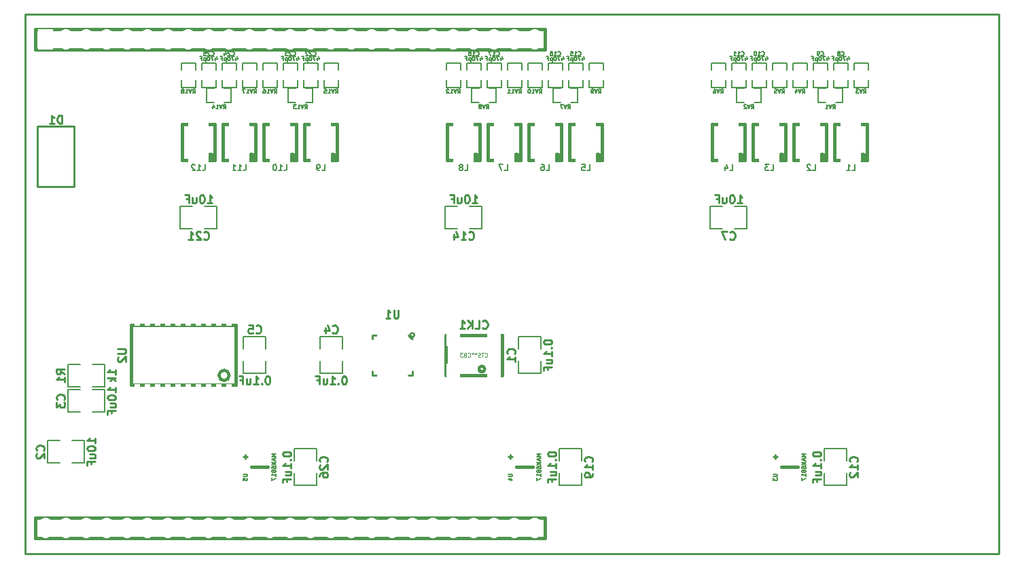
<source format=gbo>
%TF.GenerationSoftware,KiCad,Pcbnew,no-vcs-found-1929727~60~ubuntu16.04.1*%
%TF.CreationDate,2017-10-25T16:34:48-04:00*%
%TF.ProjectId,stepper_controller_5x3,737465707065725F636F6E74726F6C6C,1.1*%
%TF.SameCoordinates,Original*%
%TF.FileFunction,Legend,Bot*%
%TF.FilePolarity,Positive*%
%FSLAX46Y46*%
G04 Gerber Fmt 4.6, Leading zero omitted, Abs format (unit mm)*
G04 Created by KiCad (PCBNEW no-vcs-found-1929727~60~ubuntu16.04.1) date Wed Oct 25 16:34:48 2017*
%MOMM*%
%LPD*%
G01*
G04 APERTURE LIST*
%ADD10C,0.228600*%
%ADD11C,0.381000*%
%ADD12C,0.127000*%
%ADD13C,0.250000*%
%ADD14C,0.190500*%
%ADD15C,0.254000*%
%ADD16C,0.125000*%
%ADD17R,2.503200X1.853200*%
%ADD18O,2.032000X3.048000*%
%ADD19O,1.854200X2.540000*%
%ADD20C,3.556000*%
%ADD21R,1.854200X2.540000*%
%ADD22R,2.540000X1.270000*%
%ADD23R,1.270000X2.540000*%
%ADD24R,1.800000X2.000000*%
%ADD25R,4.000000X5.160000*%
%ADD26R,1.800000X1.640000*%
%ADD27C,1.930400*%
%ADD28O,4.572000X3.556000*%
%ADD29O,4.064000X5.080000*%
%ADD30O,5.080000X3.556000*%
%ADD31C,2.540000*%
%ADD32C,2.340000*%
%ADD33R,2.075000X0.325000*%
%ADD34R,0.325000X2.075000*%
%ADD35R,3.475000X3.475000*%
%ADD36R,0.762000X1.534160*%
%ADD37R,1.600200X0.787400*%
%ADD38O,1.524000X2.540000*%
%ADD39R,0.787400X1.600200*%
%ADD40R,0.740000X2.140000*%
G04 APERTURE END LIST*
D10*
X191135000Y-71755000D02*
X69850000Y-71755000D01*
X191135000Y-139065000D02*
X191135000Y-71755000D01*
X69850000Y-139065000D02*
X191135000Y-139065000D01*
X69850000Y-71755000D02*
X69850000Y-139065000D01*
D11*
%TO.C,L1*%
X174443607Y-89457000D02*
G75*
G03X174443607Y-89457000I-223607J0D01*
G01*
X174750000Y-89982000D02*
X174750000Y-85532000D01*
X170690000Y-89982000D02*
X170690000Y-85532000D01*
X170690000Y-85532000D02*
X174750000Y-85532000D01*
X170690000Y-89982000D02*
X174750000Y-89982000D01*
%TO.C,L2*%
X169363607Y-89457000D02*
G75*
G03X169363607Y-89457000I-223607J0D01*
G01*
X169670000Y-89982000D02*
X169670000Y-85532000D01*
X165610000Y-89982000D02*
X165610000Y-85532000D01*
X165610000Y-85532000D02*
X169670000Y-85532000D01*
X165610000Y-89982000D02*
X169670000Y-89982000D01*
%TO.C,L3*%
X164283607Y-89457000D02*
G75*
G03X164283607Y-89457000I-223607J0D01*
G01*
X164590000Y-89982000D02*
X164590000Y-85532000D01*
X160530000Y-89982000D02*
X160530000Y-85532000D01*
X160530000Y-85532000D02*
X164590000Y-85532000D01*
X160530000Y-89982000D02*
X164590000Y-89982000D01*
%TO.C,L4*%
X159203607Y-89457000D02*
G75*
G03X159203607Y-89457000I-223607J0D01*
G01*
X159510000Y-89982000D02*
X159510000Y-85532000D01*
X155450000Y-89982000D02*
X155450000Y-85532000D01*
X155450000Y-85532000D02*
X159510000Y-85532000D01*
X155450000Y-89982000D02*
X159510000Y-89982000D01*
%TO.C,L5*%
X141423607Y-89457000D02*
G75*
G03X141423607Y-89457000I-223607J0D01*
G01*
X141730000Y-89982000D02*
X141730000Y-85532000D01*
X137670000Y-89982000D02*
X137670000Y-85532000D01*
X137670000Y-85532000D02*
X141730000Y-85532000D01*
X137670000Y-89982000D02*
X141730000Y-89982000D01*
%TO.C,L6*%
X136343607Y-89457000D02*
G75*
G03X136343607Y-89457000I-223607J0D01*
G01*
X136650000Y-89982000D02*
X136650000Y-85532000D01*
X132590000Y-89982000D02*
X132590000Y-85532000D01*
X132590000Y-85532000D02*
X136650000Y-85532000D01*
X132590000Y-89982000D02*
X136650000Y-89982000D01*
%TO.C,L7*%
X131263607Y-89457000D02*
G75*
G03X131263607Y-89457000I-223607J0D01*
G01*
X131570000Y-89982000D02*
X131570000Y-85532000D01*
X127510000Y-89982000D02*
X127510000Y-85532000D01*
X127510000Y-85532000D02*
X131570000Y-85532000D01*
X127510000Y-89982000D02*
X131570000Y-89982000D01*
%TO.C,L8*%
X126183607Y-89457000D02*
G75*
G03X126183607Y-89457000I-223607J0D01*
G01*
X126490000Y-89982000D02*
X126490000Y-85532000D01*
X122430000Y-89982000D02*
X122430000Y-85532000D01*
X122430000Y-85532000D02*
X126490000Y-85532000D01*
X122430000Y-89982000D02*
X126490000Y-89982000D01*
%TO.C,L9*%
X108403607Y-89457000D02*
G75*
G03X108403607Y-89457000I-223607J0D01*
G01*
X108710000Y-89982000D02*
X108710000Y-85532000D01*
X104650000Y-89982000D02*
X104650000Y-85532000D01*
X104650000Y-85532000D02*
X108710000Y-85532000D01*
X104650000Y-89982000D02*
X108710000Y-89982000D01*
%TO.C,L10*%
X103323607Y-89457000D02*
G75*
G03X103323607Y-89457000I-223607J0D01*
G01*
X103630000Y-89982000D02*
X103630000Y-85532000D01*
X99570000Y-89982000D02*
X99570000Y-85532000D01*
X99570000Y-85532000D02*
X103630000Y-85532000D01*
X99570000Y-89982000D02*
X103630000Y-89982000D01*
%TO.C,L11*%
X98243607Y-89457000D02*
G75*
G03X98243607Y-89457000I-223607J0D01*
G01*
X98550000Y-89982000D02*
X98550000Y-85532000D01*
X94490000Y-89982000D02*
X94490000Y-85532000D01*
X94490000Y-85532000D02*
X98550000Y-85532000D01*
X94490000Y-89982000D02*
X98550000Y-89982000D01*
%TO.C,L12*%
X93163607Y-89457000D02*
G75*
G03X93163607Y-89457000I-223607J0D01*
G01*
X93470000Y-89982000D02*
X93470000Y-85532000D01*
X89410000Y-89982000D02*
X89410000Y-85532000D01*
X89410000Y-85532000D02*
X93470000Y-85532000D01*
X89410000Y-89982000D02*
X93470000Y-89982000D01*
%TO.C,MDB1*%
X71120000Y-76200000D02*
X134620000Y-76200000D01*
X71120000Y-73660000D02*
X134620000Y-73660000D01*
X71120000Y-137160000D02*
X134620000Y-137160000D01*
X71120000Y-134620000D02*
X134620000Y-134620000D01*
X134620000Y-76200000D02*
X134620000Y-73660000D01*
X71120000Y-73660000D02*
X71120000Y-76200000D01*
X134620000Y-137160000D02*
X134620000Y-134620000D01*
X71120000Y-134620000D02*
X71120000Y-137160000D01*
D12*
%TO.C,C1*%
X131318000Y-113538000D02*
X131318000Y-112014000D01*
X131318000Y-112014000D02*
X134112000Y-112014000D01*
X134112000Y-112014000D02*
X134112000Y-113538000D01*
X134112000Y-115062000D02*
X134112000Y-116586000D01*
X134112000Y-116586000D02*
X131318000Y-116586000D01*
X131318000Y-116586000D02*
X131318000Y-115062000D01*
%TO.C,C2*%
X77216000Y-127762000D02*
X75692000Y-127762000D01*
X77216000Y-124968000D02*
X77216000Y-127762000D01*
X75692000Y-124968000D02*
X77216000Y-124968000D01*
X72644000Y-124968000D02*
X74168000Y-124968000D01*
X72644000Y-127762000D02*
X72644000Y-124968000D01*
X74168000Y-127762000D02*
X72644000Y-127762000D01*
%TO.C,C4*%
X109347000Y-112014000D02*
X109347000Y-113538000D01*
X106553000Y-112014000D02*
X109347000Y-112014000D01*
X106553000Y-113538000D02*
X106553000Y-112014000D01*
X106553000Y-116586000D02*
X106553000Y-115062000D01*
X109347000Y-116586000D02*
X106553000Y-116586000D01*
X109347000Y-115062000D02*
X109347000Y-116586000D01*
%TO.C,C5*%
X97028000Y-113538000D02*
X97028000Y-112014000D01*
X97028000Y-112014000D02*
X99822000Y-112014000D01*
X99822000Y-112014000D02*
X99822000Y-113538000D01*
X99822000Y-115062000D02*
X99822000Y-116586000D01*
X99822000Y-116586000D02*
X97028000Y-116586000D01*
X97028000Y-116586000D02*
X97028000Y-115062000D01*
%TO.C,C7*%
X159766000Y-98552000D02*
X158242000Y-98552000D01*
X159766000Y-95758000D02*
X159766000Y-98552000D01*
X158242000Y-95758000D02*
X159766000Y-95758000D01*
X155194000Y-95758000D02*
X156718000Y-95758000D01*
X155194000Y-98552000D02*
X155194000Y-95758000D01*
X156718000Y-98552000D02*
X155194000Y-98552000D01*
D11*
%TO.C,CLK1*%
X122230000Y-111800000D02*
X129230000Y-111800000D01*
X122230000Y-116800000D02*
X122230000Y-111800000D01*
X129230000Y-116800000D02*
X122230000Y-116800000D01*
X129230000Y-111800000D02*
X129230000Y-116800000D01*
X127083553Y-116050000D02*
G75*
G03X127083553Y-116050000I-353553J0D01*
G01*
D10*
%TO.C,D1*%
X71360000Y-93285000D02*
X75960000Y-93285000D01*
X75960000Y-93285000D02*
X75960000Y-85785000D01*
X75960000Y-85785000D02*
X71360000Y-85785000D01*
X71360000Y-85785000D02*
X71360000Y-93285000D01*
D13*
%TO.C,U1*%
X117570000Y-111800000D02*
X118070000Y-112300000D01*
X118070000Y-116300000D02*
X118070000Y-116800000D01*
X118070000Y-116800000D02*
X117570000Y-116800000D01*
X113070000Y-116300000D02*
X113070000Y-116800000D01*
X113070000Y-116800000D02*
X113570000Y-116800000D01*
X113570000Y-111800000D02*
X113070000Y-111800000D01*
X113070000Y-111800000D02*
X113070000Y-112300000D01*
X118320000Y-111800000D02*
G75*
G03X118320000Y-111800000I-250000J0D01*
G01*
D11*
%TO.C,U3*%
X164084000Y-128270000D02*
X166116000Y-128270000D01*
D10*
X163322000Y-126746000D02*
X163322000Y-127254000D01*
X163068000Y-127000000D02*
X163576000Y-127000000D01*
D11*
%TO.C,U4*%
X131064000Y-128270000D02*
X133096000Y-128270000D01*
D10*
X130302000Y-126746000D02*
X130302000Y-127254000D01*
X130048000Y-127000000D02*
X130556000Y-127000000D01*
D12*
%TO.C,C3*%
X75184000Y-118618000D02*
X76708000Y-118618000D01*
X75184000Y-121412000D02*
X75184000Y-118618000D01*
X76708000Y-121412000D02*
X75184000Y-121412000D01*
X79756000Y-121412000D02*
X78232000Y-121412000D01*
X79756000Y-118618000D02*
X79756000Y-121412000D01*
X78232000Y-118618000D02*
X79756000Y-118618000D01*
%TO.C,C8*%
X170561000Y-77851000D02*
X170561000Y-78740000D01*
X172339000Y-77851000D02*
X170561000Y-77851000D01*
X172339000Y-78740000D02*
X172339000Y-77851000D01*
X170561000Y-80899000D02*
X170561000Y-80010000D01*
X172339000Y-80899000D02*
X170561000Y-80899000D01*
X172339000Y-80010000D02*
X172339000Y-80899000D01*
%TO.C,C9*%
X169799000Y-80010000D02*
X169799000Y-80899000D01*
X169799000Y-80899000D02*
X168021000Y-80899000D01*
X168021000Y-80899000D02*
X168021000Y-80010000D01*
X169799000Y-78740000D02*
X169799000Y-77851000D01*
X169799000Y-77851000D02*
X168021000Y-77851000D01*
X168021000Y-77851000D02*
X168021000Y-78740000D01*
%TO.C,C10*%
X160401000Y-77851000D02*
X160401000Y-78740000D01*
X162179000Y-77851000D02*
X160401000Y-77851000D01*
X162179000Y-78740000D02*
X162179000Y-77851000D01*
X160401000Y-80899000D02*
X160401000Y-80010000D01*
X162179000Y-80899000D02*
X160401000Y-80899000D01*
X162179000Y-80010000D02*
X162179000Y-80899000D01*
%TO.C,C11*%
X159639000Y-80010000D02*
X159639000Y-80899000D01*
X159639000Y-80899000D02*
X157861000Y-80899000D01*
X157861000Y-80899000D02*
X157861000Y-80010000D01*
X159639000Y-78740000D02*
X159639000Y-77851000D01*
X159639000Y-77851000D02*
X157861000Y-77851000D01*
X157861000Y-77851000D02*
X157861000Y-78740000D01*
%TO.C,C12*%
X172212000Y-129032000D02*
X172212000Y-130556000D01*
X172212000Y-130556000D02*
X169418000Y-130556000D01*
X169418000Y-130556000D02*
X169418000Y-129032000D01*
X169418000Y-127508000D02*
X169418000Y-125984000D01*
X169418000Y-125984000D02*
X172212000Y-125984000D01*
X172212000Y-125984000D02*
X172212000Y-127508000D01*
%TO.C,C14*%
X123698000Y-98552000D02*
X122174000Y-98552000D01*
X122174000Y-98552000D02*
X122174000Y-95758000D01*
X122174000Y-95758000D02*
X123698000Y-95758000D01*
X125222000Y-95758000D02*
X126746000Y-95758000D01*
X126746000Y-95758000D02*
X126746000Y-98552000D01*
X126746000Y-98552000D02*
X125222000Y-98552000D01*
%TO.C,C15*%
X137541000Y-77851000D02*
X137541000Y-78740000D01*
X139319000Y-77851000D02*
X137541000Y-77851000D01*
X139319000Y-78740000D02*
X139319000Y-77851000D01*
X137541000Y-80899000D02*
X137541000Y-80010000D01*
X139319000Y-80899000D02*
X137541000Y-80899000D01*
X139319000Y-80010000D02*
X139319000Y-80899000D01*
%TO.C,C16*%
X135001000Y-77851000D02*
X135001000Y-78740000D01*
X136779000Y-77851000D02*
X135001000Y-77851000D01*
X136779000Y-78740000D02*
X136779000Y-77851000D01*
X135001000Y-80899000D02*
X135001000Y-80010000D01*
X136779000Y-80899000D02*
X135001000Y-80899000D01*
X136779000Y-80010000D02*
X136779000Y-80899000D01*
%TO.C,C17*%
X129159000Y-80010000D02*
X129159000Y-80899000D01*
X129159000Y-80899000D02*
X127381000Y-80899000D01*
X127381000Y-80899000D02*
X127381000Y-80010000D01*
X129159000Y-78740000D02*
X129159000Y-77851000D01*
X129159000Y-77851000D02*
X127381000Y-77851000D01*
X127381000Y-77851000D02*
X127381000Y-78740000D01*
%TO.C,C18*%
X124841000Y-77851000D02*
X124841000Y-78740000D01*
X126619000Y-77851000D02*
X124841000Y-77851000D01*
X126619000Y-78740000D02*
X126619000Y-77851000D01*
X124841000Y-80899000D02*
X124841000Y-80010000D01*
X126619000Y-80899000D02*
X124841000Y-80899000D01*
X126619000Y-80010000D02*
X126619000Y-80899000D01*
%TO.C,C19*%
X139192000Y-125984000D02*
X139192000Y-127508000D01*
X136398000Y-125984000D02*
X139192000Y-125984000D01*
X136398000Y-127508000D02*
X136398000Y-125984000D01*
X136398000Y-130556000D02*
X136398000Y-129032000D01*
X139192000Y-130556000D02*
X136398000Y-130556000D01*
X139192000Y-129032000D02*
X139192000Y-130556000D01*
%TO.C,C21*%
X90678000Y-98552000D02*
X89154000Y-98552000D01*
X89154000Y-98552000D02*
X89154000Y-95758000D01*
X89154000Y-95758000D02*
X90678000Y-95758000D01*
X92202000Y-95758000D02*
X93726000Y-95758000D01*
X93726000Y-95758000D02*
X93726000Y-98552000D01*
X93726000Y-98552000D02*
X92202000Y-98552000D01*
%TO.C,C22*%
X106299000Y-80010000D02*
X106299000Y-80899000D01*
X106299000Y-80899000D02*
X104521000Y-80899000D01*
X104521000Y-80899000D02*
X104521000Y-80010000D01*
X106299000Y-78740000D02*
X106299000Y-77851000D01*
X106299000Y-77851000D02*
X104521000Y-77851000D01*
X104521000Y-77851000D02*
X104521000Y-78740000D01*
%TO.C,C23*%
X101981000Y-77851000D02*
X101981000Y-78740000D01*
X103759000Y-77851000D02*
X101981000Y-77851000D01*
X103759000Y-78740000D02*
X103759000Y-77851000D01*
X101981000Y-80899000D02*
X101981000Y-80010000D01*
X103759000Y-80899000D02*
X101981000Y-80899000D01*
X103759000Y-80010000D02*
X103759000Y-80899000D01*
%TO.C,C24*%
X96139000Y-80010000D02*
X96139000Y-80899000D01*
X96139000Y-80899000D02*
X94361000Y-80899000D01*
X94361000Y-80899000D02*
X94361000Y-80010000D01*
X96139000Y-78740000D02*
X96139000Y-77851000D01*
X96139000Y-77851000D02*
X94361000Y-77851000D01*
X94361000Y-77851000D02*
X94361000Y-78740000D01*
%TO.C,C25*%
X91821000Y-77851000D02*
X91821000Y-78740000D01*
X93599000Y-77851000D02*
X91821000Y-77851000D01*
X93599000Y-78740000D02*
X93599000Y-77851000D01*
X91821000Y-80899000D02*
X91821000Y-80010000D01*
X93599000Y-80899000D02*
X91821000Y-80899000D01*
X93599000Y-80010000D02*
X93599000Y-80899000D01*
%TO.C,C26*%
X106172000Y-125984000D02*
X106172000Y-127508000D01*
X103378000Y-125984000D02*
X106172000Y-125984000D01*
X103378000Y-127508000D02*
X103378000Y-125984000D01*
X103378000Y-130556000D02*
X103378000Y-129032000D01*
X106172000Y-130556000D02*
X103378000Y-130556000D01*
X106172000Y-129032000D02*
X106172000Y-130556000D01*
%TO.C,R1*%
X78232000Y-115443000D02*
X79756000Y-115443000D01*
X79756000Y-115443000D02*
X79756000Y-118237000D01*
X79756000Y-118237000D02*
X78232000Y-118237000D01*
X76708000Y-118237000D02*
X75184000Y-118237000D01*
X75184000Y-118237000D02*
X75184000Y-115443000D01*
X75184000Y-115443000D02*
X76708000Y-115443000D01*
%TO.C,RV1*%
X170815000Y-81026000D02*
X171704000Y-81026000D01*
X171704000Y-81026000D02*
X171704000Y-82804000D01*
X171704000Y-82804000D02*
X170815000Y-82804000D01*
X169545000Y-81026000D02*
X168656000Y-81026000D01*
X168656000Y-81026000D02*
X168656000Y-82804000D01*
X168656000Y-82804000D02*
X169545000Y-82804000D01*
%TO.C,RV2*%
X158496000Y-82804000D02*
X159385000Y-82804000D01*
X158496000Y-81026000D02*
X158496000Y-82804000D01*
X159385000Y-81026000D02*
X158496000Y-81026000D01*
X161544000Y-82804000D02*
X160655000Y-82804000D01*
X161544000Y-81026000D02*
X161544000Y-82804000D01*
X160655000Y-81026000D02*
X161544000Y-81026000D01*
%TO.C,RV3*%
X174879000Y-80010000D02*
X174879000Y-80899000D01*
X174879000Y-80899000D02*
X173101000Y-80899000D01*
X173101000Y-80899000D02*
X173101000Y-80010000D01*
X174879000Y-78740000D02*
X174879000Y-77851000D01*
X174879000Y-77851000D02*
X173101000Y-77851000D01*
X173101000Y-77851000D02*
X173101000Y-78740000D01*
%TO.C,RV4*%
X165481000Y-77851000D02*
X165481000Y-78740000D01*
X167259000Y-77851000D02*
X165481000Y-77851000D01*
X167259000Y-78740000D02*
X167259000Y-77851000D01*
X165481000Y-80899000D02*
X165481000Y-80010000D01*
X167259000Y-80899000D02*
X165481000Y-80899000D01*
X167259000Y-80010000D02*
X167259000Y-80899000D01*
%TO.C,RV5*%
X164719000Y-80010000D02*
X164719000Y-80899000D01*
X164719000Y-80899000D02*
X162941000Y-80899000D01*
X162941000Y-80899000D02*
X162941000Y-80010000D01*
X164719000Y-78740000D02*
X164719000Y-77851000D01*
X164719000Y-77851000D02*
X162941000Y-77851000D01*
X162941000Y-77851000D02*
X162941000Y-78740000D01*
%TO.C,RV6*%
X155321000Y-77851000D02*
X155321000Y-78740000D01*
X157099000Y-77851000D02*
X155321000Y-77851000D01*
X157099000Y-78740000D02*
X157099000Y-77851000D01*
X155321000Y-80899000D02*
X155321000Y-80010000D01*
X157099000Y-80899000D02*
X155321000Y-80899000D01*
X157099000Y-80010000D02*
X157099000Y-80899000D01*
%TO.C,RV7*%
X137795000Y-81026000D02*
X138684000Y-81026000D01*
X138684000Y-81026000D02*
X138684000Y-82804000D01*
X138684000Y-82804000D02*
X137795000Y-82804000D01*
X136525000Y-81026000D02*
X135636000Y-81026000D01*
X135636000Y-81026000D02*
X135636000Y-82804000D01*
X135636000Y-82804000D02*
X136525000Y-82804000D01*
%TO.C,RV8*%
X127635000Y-81026000D02*
X128524000Y-81026000D01*
X128524000Y-81026000D02*
X128524000Y-82804000D01*
X128524000Y-82804000D02*
X127635000Y-82804000D01*
X126365000Y-81026000D02*
X125476000Y-81026000D01*
X125476000Y-81026000D02*
X125476000Y-82804000D01*
X125476000Y-82804000D02*
X126365000Y-82804000D01*
%TO.C,RV9*%
X141859000Y-80010000D02*
X141859000Y-80899000D01*
X141859000Y-80899000D02*
X140081000Y-80899000D01*
X140081000Y-80899000D02*
X140081000Y-80010000D01*
X141859000Y-78740000D02*
X141859000Y-77851000D01*
X141859000Y-77851000D02*
X140081000Y-77851000D01*
X140081000Y-77851000D02*
X140081000Y-78740000D01*
%TO.C,RV10*%
X132461000Y-77851000D02*
X132461000Y-78740000D01*
X134239000Y-77851000D02*
X132461000Y-77851000D01*
X134239000Y-78740000D02*
X134239000Y-77851000D01*
X132461000Y-80899000D02*
X132461000Y-80010000D01*
X134239000Y-80899000D02*
X132461000Y-80899000D01*
X134239000Y-80010000D02*
X134239000Y-80899000D01*
%TO.C,RV11*%
X131699000Y-80010000D02*
X131699000Y-80899000D01*
X131699000Y-80899000D02*
X129921000Y-80899000D01*
X129921000Y-80899000D02*
X129921000Y-80010000D01*
X131699000Y-78740000D02*
X131699000Y-77851000D01*
X131699000Y-77851000D02*
X129921000Y-77851000D01*
X129921000Y-77851000D02*
X129921000Y-78740000D01*
%TO.C,RV12*%
X122301000Y-77851000D02*
X122301000Y-78740000D01*
X124079000Y-77851000D02*
X122301000Y-77851000D01*
X124079000Y-78740000D02*
X124079000Y-77851000D01*
X122301000Y-80899000D02*
X122301000Y-80010000D01*
X124079000Y-80899000D02*
X122301000Y-80899000D01*
X124079000Y-80010000D02*
X124079000Y-80899000D01*
%TO.C,RV13*%
X104775000Y-81026000D02*
X105664000Y-81026000D01*
X105664000Y-81026000D02*
X105664000Y-82804000D01*
X105664000Y-82804000D02*
X104775000Y-82804000D01*
X103505000Y-81026000D02*
X102616000Y-81026000D01*
X102616000Y-81026000D02*
X102616000Y-82804000D01*
X102616000Y-82804000D02*
X103505000Y-82804000D01*
%TO.C,RV14*%
X92456000Y-82804000D02*
X93345000Y-82804000D01*
X92456000Y-81026000D02*
X92456000Y-82804000D01*
X93345000Y-81026000D02*
X92456000Y-81026000D01*
X95504000Y-82804000D02*
X94615000Y-82804000D01*
X95504000Y-81026000D02*
X95504000Y-82804000D01*
X94615000Y-81026000D02*
X95504000Y-81026000D01*
%TO.C,RV15*%
X108839000Y-80010000D02*
X108839000Y-80899000D01*
X108839000Y-80899000D02*
X107061000Y-80899000D01*
X107061000Y-80899000D02*
X107061000Y-80010000D01*
X108839000Y-78740000D02*
X108839000Y-77851000D01*
X108839000Y-77851000D02*
X107061000Y-77851000D01*
X107061000Y-77851000D02*
X107061000Y-78740000D01*
%TO.C,RV16*%
X99441000Y-77851000D02*
X99441000Y-78740000D01*
X101219000Y-77851000D02*
X99441000Y-77851000D01*
X101219000Y-78740000D02*
X101219000Y-77851000D01*
X99441000Y-80899000D02*
X99441000Y-80010000D01*
X101219000Y-80899000D02*
X99441000Y-80899000D01*
X101219000Y-80010000D02*
X101219000Y-80899000D01*
%TO.C,RV17*%
X98679000Y-80010000D02*
X98679000Y-80899000D01*
X98679000Y-80899000D02*
X96901000Y-80899000D01*
X96901000Y-80899000D02*
X96901000Y-80010000D01*
X98679000Y-78740000D02*
X98679000Y-77851000D01*
X98679000Y-77851000D02*
X96901000Y-77851000D01*
X96901000Y-77851000D02*
X96901000Y-78740000D01*
%TO.C,RV18*%
X89281000Y-77851000D02*
X89281000Y-78740000D01*
X91059000Y-77851000D02*
X89281000Y-77851000D01*
X91059000Y-78740000D02*
X91059000Y-77851000D01*
X89281000Y-80899000D02*
X89281000Y-80010000D01*
X91059000Y-80899000D02*
X89281000Y-80899000D01*
X91059000Y-80010000D02*
X91059000Y-80899000D01*
D11*
%TO.C,U2*%
X95250000Y-116840000D02*
G75*
G03X95250000Y-116840000I-635000J0D01*
G01*
X96035000Y-118050000D02*
X83035000Y-118050000D01*
X83035000Y-118050000D02*
X83035000Y-110550000D01*
X83035000Y-110550000D02*
X96035000Y-110550000D01*
X96035000Y-110550000D02*
X96035000Y-118050000D01*
%TO.C,U5*%
X98044000Y-128270000D02*
X100076000Y-128270000D01*
D10*
X97282000Y-126746000D02*
X97282000Y-127254000D01*
X97028000Y-127000000D02*
X97536000Y-127000000D01*
%TD*%
%TO.C,L1*%
D14*
X172847000Y-91276714D02*
X173209857Y-91276714D01*
X173209857Y-90514714D01*
X172193857Y-91276714D02*
X172629285Y-91276714D01*
X172411571Y-91276714D02*
X172411571Y-90514714D01*
X172484142Y-90623571D01*
X172556714Y-90696142D01*
X172629285Y-90732428D01*
%TO.C,L2*%
X167894000Y-91276714D02*
X168256857Y-91276714D01*
X168256857Y-90514714D01*
X167676285Y-90587285D02*
X167640000Y-90551000D01*
X167567428Y-90514714D01*
X167386000Y-90514714D01*
X167313428Y-90551000D01*
X167277142Y-90587285D01*
X167240857Y-90659857D01*
X167240857Y-90732428D01*
X167277142Y-90841285D01*
X167712571Y-91276714D01*
X167240857Y-91276714D01*
%TO.C,L3*%
X162687000Y-91276714D02*
X163049857Y-91276714D01*
X163049857Y-90514714D01*
X162505571Y-90514714D02*
X162033857Y-90514714D01*
X162287857Y-90805000D01*
X162179000Y-90805000D01*
X162106428Y-90841285D01*
X162070142Y-90877571D01*
X162033857Y-90950142D01*
X162033857Y-91131571D01*
X162070142Y-91204142D01*
X162106428Y-91240428D01*
X162179000Y-91276714D01*
X162396714Y-91276714D01*
X162469285Y-91240428D01*
X162505571Y-91204142D01*
%TO.C,L4*%
X157607000Y-91276714D02*
X157969857Y-91276714D01*
X157969857Y-90514714D01*
X157026428Y-90768714D02*
X157026428Y-91276714D01*
X157207857Y-90478428D02*
X157389285Y-91022714D01*
X156917571Y-91022714D01*
%TO.C,L5*%
X139827000Y-91276714D02*
X140189857Y-91276714D01*
X140189857Y-90514714D01*
X139210142Y-90514714D02*
X139573000Y-90514714D01*
X139609285Y-90877571D01*
X139573000Y-90841285D01*
X139500428Y-90805000D01*
X139319000Y-90805000D01*
X139246428Y-90841285D01*
X139210142Y-90877571D01*
X139173857Y-90950142D01*
X139173857Y-91131571D01*
X139210142Y-91204142D01*
X139246428Y-91240428D01*
X139319000Y-91276714D01*
X139500428Y-91276714D01*
X139573000Y-91240428D01*
X139609285Y-91204142D01*
%TO.C,L6*%
X134747000Y-91276714D02*
X135109857Y-91276714D01*
X135109857Y-90514714D01*
X134166428Y-90514714D02*
X134311571Y-90514714D01*
X134384142Y-90551000D01*
X134420428Y-90587285D01*
X134493000Y-90696142D01*
X134529285Y-90841285D01*
X134529285Y-91131571D01*
X134493000Y-91204142D01*
X134456714Y-91240428D01*
X134384142Y-91276714D01*
X134239000Y-91276714D01*
X134166428Y-91240428D01*
X134130142Y-91204142D01*
X134093857Y-91131571D01*
X134093857Y-90950142D01*
X134130142Y-90877571D01*
X134166428Y-90841285D01*
X134239000Y-90805000D01*
X134384142Y-90805000D01*
X134456714Y-90841285D01*
X134493000Y-90877571D01*
X134529285Y-90950142D01*
%TO.C,L7*%
X129540000Y-91276714D02*
X129902857Y-91276714D01*
X129902857Y-90514714D01*
X129358571Y-90514714D02*
X128850571Y-90514714D01*
X129177142Y-91276714D01*
%TO.C,L8*%
X124587000Y-91276714D02*
X124949857Y-91276714D01*
X124949857Y-90514714D01*
X124224142Y-90841285D02*
X124296714Y-90805000D01*
X124333000Y-90768714D01*
X124369285Y-90696142D01*
X124369285Y-90659857D01*
X124333000Y-90587285D01*
X124296714Y-90551000D01*
X124224142Y-90514714D01*
X124079000Y-90514714D01*
X124006428Y-90551000D01*
X123970142Y-90587285D01*
X123933857Y-90659857D01*
X123933857Y-90696142D01*
X123970142Y-90768714D01*
X124006428Y-90805000D01*
X124079000Y-90841285D01*
X124224142Y-90841285D01*
X124296714Y-90877571D01*
X124333000Y-90913857D01*
X124369285Y-90986428D01*
X124369285Y-91131571D01*
X124333000Y-91204142D01*
X124296714Y-91240428D01*
X124224142Y-91276714D01*
X124079000Y-91276714D01*
X124006428Y-91240428D01*
X123970142Y-91204142D01*
X123933857Y-91131571D01*
X123933857Y-90986428D01*
X123970142Y-90913857D01*
X124006428Y-90877571D01*
X124079000Y-90841285D01*
%TO.C,L9*%
X106807000Y-91276714D02*
X107169857Y-91276714D01*
X107169857Y-90514714D01*
X106516714Y-91276714D02*
X106371571Y-91276714D01*
X106299000Y-91240428D01*
X106262714Y-91204142D01*
X106190142Y-91095285D01*
X106153857Y-90950142D01*
X106153857Y-90659857D01*
X106190142Y-90587285D01*
X106226428Y-90551000D01*
X106299000Y-90514714D01*
X106444142Y-90514714D01*
X106516714Y-90551000D01*
X106553000Y-90587285D01*
X106589285Y-90659857D01*
X106589285Y-90841285D01*
X106553000Y-90913857D01*
X106516714Y-90950142D01*
X106444142Y-90986428D01*
X106299000Y-90986428D01*
X106226428Y-90950142D01*
X106190142Y-90913857D01*
X106153857Y-90841285D01*
%TO.C,L10*%
X102089857Y-91276714D02*
X102452714Y-91276714D01*
X102452714Y-90514714D01*
X101436714Y-91276714D02*
X101872142Y-91276714D01*
X101654428Y-91276714D02*
X101654428Y-90514714D01*
X101727000Y-90623571D01*
X101799571Y-90696142D01*
X101872142Y-90732428D01*
X100965000Y-90514714D02*
X100892428Y-90514714D01*
X100819857Y-90551000D01*
X100783571Y-90587285D01*
X100747285Y-90659857D01*
X100711000Y-90805000D01*
X100711000Y-90986428D01*
X100747285Y-91131571D01*
X100783571Y-91204142D01*
X100819857Y-91240428D01*
X100892428Y-91276714D01*
X100965000Y-91276714D01*
X101037571Y-91240428D01*
X101073857Y-91204142D01*
X101110142Y-91131571D01*
X101146428Y-90986428D01*
X101146428Y-90805000D01*
X101110142Y-90659857D01*
X101073857Y-90587285D01*
X101037571Y-90551000D01*
X100965000Y-90514714D01*
%TO.C,L11*%
X97009857Y-91276714D02*
X97372714Y-91276714D01*
X97372714Y-90514714D01*
X96356714Y-91276714D02*
X96792142Y-91276714D01*
X96574428Y-91276714D02*
X96574428Y-90514714D01*
X96647000Y-90623571D01*
X96719571Y-90696142D01*
X96792142Y-90732428D01*
X95631000Y-91276714D02*
X96066428Y-91276714D01*
X95848714Y-91276714D02*
X95848714Y-90514714D01*
X95921285Y-90623571D01*
X95993857Y-90696142D01*
X96066428Y-90732428D01*
%TO.C,L12*%
X91929857Y-91276714D02*
X92292714Y-91276714D01*
X92292714Y-90514714D01*
X91276714Y-91276714D02*
X91712142Y-91276714D01*
X91494428Y-91276714D02*
X91494428Y-90514714D01*
X91567000Y-90623571D01*
X91639571Y-90696142D01*
X91712142Y-90732428D01*
X90986428Y-90587285D02*
X90950142Y-90551000D01*
X90877571Y-90514714D01*
X90696142Y-90514714D01*
X90623571Y-90551000D01*
X90587285Y-90587285D01*
X90551000Y-90659857D01*
X90551000Y-90732428D01*
X90587285Y-90841285D01*
X91022714Y-91276714D01*
X90551000Y-91276714D01*
%TO.C,C1*%
D15*
X130791857Y-114130666D02*
X130840238Y-114082285D01*
X130888619Y-113937142D01*
X130888619Y-113840380D01*
X130840238Y-113695238D01*
X130743476Y-113598476D01*
X130646714Y-113550095D01*
X130453190Y-113501714D01*
X130308047Y-113501714D01*
X130114523Y-113550095D01*
X130017761Y-113598476D01*
X129921000Y-113695238D01*
X129872619Y-113840380D01*
X129872619Y-113937142D01*
X129921000Y-114082285D01*
X129969380Y-114130666D01*
X130888619Y-115098285D02*
X130888619Y-114517714D01*
X130888619Y-114808000D02*
X129872619Y-114808000D01*
X130017761Y-114711238D01*
X130114523Y-114614476D01*
X130162904Y-114517714D01*
X134444619Y-112630857D02*
X134444619Y-112727619D01*
X134493000Y-112824380D01*
X134541380Y-112872761D01*
X134638142Y-112921142D01*
X134831666Y-112969523D01*
X135073571Y-112969523D01*
X135267095Y-112921142D01*
X135363857Y-112872761D01*
X135412238Y-112824380D01*
X135460619Y-112727619D01*
X135460619Y-112630857D01*
X135412238Y-112534095D01*
X135363857Y-112485714D01*
X135267095Y-112437333D01*
X135073571Y-112388952D01*
X134831666Y-112388952D01*
X134638142Y-112437333D01*
X134541380Y-112485714D01*
X134493000Y-112534095D01*
X134444619Y-112630857D01*
X135363857Y-113404952D02*
X135412238Y-113453333D01*
X135460619Y-113404952D01*
X135412238Y-113356571D01*
X135363857Y-113404952D01*
X135460619Y-113404952D01*
X135460619Y-114420952D02*
X135460619Y-113840380D01*
X135460619Y-114130666D02*
X134444619Y-114130666D01*
X134589761Y-114033904D01*
X134686523Y-113937142D01*
X134734904Y-113840380D01*
X134783285Y-115291809D02*
X135460619Y-115291809D01*
X134783285Y-114856380D02*
X135315476Y-114856380D01*
X135412238Y-114904761D01*
X135460619Y-115001523D01*
X135460619Y-115146666D01*
X135412238Y-115243428D01*
X135363857Y-115291809D01*
X134928428Y-116114285D02*
X134928428Y-115775619D01*
X135460619Y-115775619D02*
X134444619Y-115775619D01*
X134444619Y-116259428D01*
%TO.C,C2*%
X72117857Y-126195666D02*
X72166238Y-126147285D01*
X72214619Y-126002142D01*
X72214619Y-125905380D01*
X72166238Y-125760238D01*
X72069476Y-125663476D01*
X71972714Y-125615095D01*
X71779190Y-125566714D01*
X71634047Y-125566714D01*
X71440523Y-125615095D01*
X71343761Y-125663476D01*
X71247000Y-125760238D01*
X71198619Y-125905380D01*
X71198619Y-126002142D01*
X71247000Y-126147285D01*
X71295380Y-126195666D01*
X71295380Y-126582714D02*
X71247000Y-126631095D01*
X71198619Y-126727857D01*
X71198619Y-126969761D01*
X71247000Y-127066523D01*
X71295380Y-127114904D01*
X71392142Y-127163285D01*
X71488904Y-127163285D01*
X71634047Y-127114904D01*
X72214619Y-126534333D01*
X72214619Y-127163285D01*
X78564619Y-125276428D02*
X78564619Y-124695857D01*
X78564619Y-124986142D02*
X77548619Y-124986142D01*
X77693761Y-124889380D01*
X77790523Y-124792619D01*
X77838904Y-124695857D01*
X77548619Y-125905380D02*
X77548619Y-126002142D01*
X77597000Y-126098904D01*
X77645380Y-126147285D01*
X77742142Y-126195666D01*
X77935666Y-126244047D01*
X78177571Y-126244047D01*
X78371095Y-126195666D01*
X78467857Y-126147285D01*
X78516238Y-126098904D01*
X78564619Y-126002142D01*
X78564619Y-125905380D01*
X78516238Y-125808619D01*
X78467857Y-125760238D01*
X78371095Y-125711857D01*
X78177571Y-125663476D01*
X77935666Y-125663476D01*
X77742142Y-125711857D01*
X77645380Y-125760238D01*
X77597000Y-125808619D01*
X77548619Y-125905380D01*
X77887285Y-127114904D02*
X78564619Y-127114904D01*
X77887285Y-126679476D02*
X78419476Y-126679476D01*
X78516238Y-126727857D01*
X78564619Y-126824619D01*
X78564619Y-126969761D01*
X78516238Y-127066523D01*
X78467857Y-127114904D01*
X78032428Y-127937380D02*
X78032428Y-127598714D01*
X78564619Y-127598714D02*
X77548619Y-127598714D01*
X77548619Y-128082523D01*
%TO.C,C4*%
X108119333Y-111487857D02*
X108167714Y-111536238D01*
X108312857Y-111584619D01*
X108409619Y-111584619D01*
X108554761Y-111536238D01*
X108651523Y-111439476D01*
X108699904Y-111342714D01*
X108748285Y-111149190D01*
X108748285Y-111004047D01*
X108699904Y-110810523D01*
X108651523Y-110713761D01*
X108554761Y-110617000D01*
X108409619Y-110568619D01*
X108312857Y-110568619D01*
X108167714Y-110617000D01*
X108119333Y-110665380D01*
X107248476Y-110907285D02*
X107248476Y-111584619D01*
X107490380Y-110520238D02*
X107732285Y-111245952D01*
X107103333Y-111245952D01*
X109619142Y-116918619D02*
X109522380Y-116918619D01*
X109425619Y-116967000D01*
X109377238Y-117015380D01*
X109328857Y-117112142D01*
X109280476Y-117305666D01*
X109280476Y-117547571D01*
X109328857Y-117741095D01*
X109377238Y-117837857D01*
X109425619Y-117886238D01*
X109522380Y-117934619D01*
X109619142Y-117934619D01*
X109715904Y-117886238D01*
X109764285Y-117837857D01*
X109812666Y-117741095D01*
X109861047Y-117547571D01*
X109861047Y-117305666D01*
X109812666Y-117112142D01*
X109764285Y-117015380D01*
X109715904Y-116967000D01*
X109619142Y-116918619D01*
X108845047Y-117837857D02*
X108796666Y-117886238D01*
X108845047Y-117934619D01*
X108893428Y-117886238D01*
X108845047Y-117837857D01*
X108845047Y-117934619D01*
X107829047Y-117934619D02*
X108409619Y-117934619D01*
X108119333Y-117934619D02*
X108119333Y-116918619D01*
X108216095Y-117063761D01*
X108312857Y-117160523D01*
X108409619Y-117208904D01*
X106958190Y-117257285D02*
X106958190Y-117934619D01*
X107393619Y-117257285D02*
X107393619Y-117789476D01*
X107345238Y-117886238D01*
X107248476Y-117934619D01*
X107103333Y-117934619D01*
X107006571Y-117886238D01*
X106958190Y-117837857D01*
X106135714Y-117402428D02*
X106474380Y-117402428D01*
X106474380Y-117934619D02*
X106474380Y-116918619D01*
X105990571Y-116918619D01*
%TO.C,C5*%
X98594333Y-111487857D02*
X98642714Y-111536238D01*
X98787857Y-111584619D01*
X98884619Y-111584619D01*
X99029761Y-111536238D01*
X99126523Y-111439476D01*
X99174904Y-111342714D01*
X99223285Y-111149190D01*
X99223285Y-111004047D01*
X99174904Y-110810523D01*
X99126523Y-110713761D01*
X99029761Y-110617000D01*
X98884619Y-110568619D01*
X98787857Y-110568619D01*
X98642714Y-110617000D01*
X98594333Y-110665380D01*
X97675095Y-110568619D02*
X98158904Y-110568619D01*
X98207285Y-111052428D01*
X98158904Y-111004047D01*
X98062142Y-110955666D01*
X97820238Y-110955666D01*
X97723476Y-111004047D01*
X97675095Y-111052428D01*
X97626714Y-111149190D01*
X97626714Y-111391095D01*
X97675095Y-111487857D01*
X97723476Y-111536238D01*
X97820238Y-111584619D01*
X98062142Y-111584619D01*
X98158904Y-111536238D01*
X98207285Y-111487857D01*
X100094142Y-116918619D02*
X99997380Y-116918619D01*
X99900619Y-116967000D01*
X99852238Y-117015380D01*
X99803857Y-117112142D01*
X99755476Y-117305666D01*
X99755476Y-117547571D01*
X99803857Y-117741095D01*
X99852238Y-117837857D01*
X99900619Y-117886238D01*
X99997380Y-117934619D01*
X100094142Y-117934619D01*
X100190904Y-117886238D01*
X100239285Y-117837857D01*
X100287666Y-117741095D01*
X100336047Y-117547571D01*
X100336047Y-117305666D01*
X100287666Y-117112142D01*
X100239285Y-117015380D01*
X100190904Y-116967000D01*
X100094142Y-116918619D01*
X99320047Y-117837857D02*
X99271666Y-117886238D01*
X99320047Y-117934619D01*
X99368428Y-117886238D01*
X99320047Y-117837857D01*
X99320047Y-117934619D01*
X98304047Y-117934619D02*
X98884619Y-117934619D01*
X98594333Y-117934619D02*
X98594333Y-116918619D01*
X98691095Y-117063761D01*
X98787857Y-117160523D01*
X98884619Y-117208904D01*
X97433190Y-117257285D02*
X97433190Y-117934619D01*
X97868619Y-117257285D02*
X97868619Y-117789476D01*
X97820238Y-117886238D01*
X97723476Y-117934619D01*
X97578333Y-117934619D01*
X97481571Y-117886238D01*
X97433190Y-117837857D01*
X96610714Y-117402428D02*
X96949380Y-117402428D01*
X96949380Y-117934619D02*
X96949380Y-116918619D01*
X96465571Y-116918619D01*
%TO.C,C7*%
X157649333Y-99803857D02*
X157697714Y-99852238D01*
X157842857Y-99900619D01*
X157939619Y-99900619D01*
X158084761Y-99852238D01*
X158181523Y-99755476D01*
X158229904Y-99658714D01*
X158278285Y-99465190D01*
X158278285Y-99320047D01*
X158229904Y-99126523D01*
X158181523Y-99029761D01*
X158084761Y-98933000D01*
X157939619Y-98884619D01*
X157842857Y-98884619D01*
X157697714Y-98933000D01*
X157649333Y-98981380D01*
X157310666Y-98884619D02*
X156633333Y-98884619D01*
X157068761Y-99900619D01*
X158568571Y-95328619D02*
X159149142Y-95328619D01*
X158858857Y-95328619D02*
X158858857Y-94312619D01*
X158955619Y-94457761D01*
X159052380Y-94554523D01*
X159149142Y-94602904D01*
X157939619Y-94312619D02*
X157842857Y-94312619D01*
X157746095Y-94361000D01*
X157697714Y-94409380D01*
X157649333Y-94506142D01*
X157600952Y-94699666D01*
X157600952Y-94941571D01*
X157649333Y-95135095D01*
X157697714Y-95231857D01*
X157746095Y-95280238D01*
X157842857Y-95328619D01*
X157939619Y-95328619D01*
X158036380Y-95280238D01*
X158084761Y-95231857D01*
X158133142Y-95135095D01*
X158181523Y-94941571D01*
X158181523Y-94699666D01*
X158133142Y-94506142D01*
X158084761Y-94409380D01*
X158036380Y-94361000D01*
X157939619Y-94312619D01*
X156730095Y-94651285D02*
X156730095Y-95328619D01*
X157165523Y-94651285D02*
X157165523Y-95183476D01*
X157117142Y-95280238D01*
X157020380Y-95328619D01*
X156875238Y-95328619D01*
X156778476Y-95280238D01*
X156730095Y-95231857D01*
X155907619Y-94796428D02*
X156246285Y-94796428D01*
X156246285Y-95328619D02*
X156246285Y-94312619D01*
X155762476Y-94312619D01*
%TO.C,CLK1*%
X126818571Y-110912857D02*
X126866952Y-110961238D01*
X127012095Y-111009619D01*
X127108857Y-111009619D01*
X127254000Y-110961238D01*
X127350761Y-110864476D01*
X127399142Y-110767714D01*
X127447523Y-110574190D01*
X127447523Y-110429047D01*
X127399142Y-110235523D01*
X127350761Y-110138761D01*
X127254000Y-110042000D01*
X127108857Y-109993619D01*
X127012095Y-109993619D01*
X126866952Y-110042000D01*
X126818571Y-110090380D01*
X125899333Y-111009619D02*
X126383142Y-111009619D01*
X126383142Y-109993619D01*
X125560666Y-111009619D02*
X125560666Y-109993619D01*
X124980095Y-111009619D02*
X125415523Y-110429047D01*
X124980095Y-109993619D02*
X125560666Y-110574190D01*
X124012476Y-111009619D02*
X124593047Y-111009619D01*
X124302761Y-111009619D02*
X124302761Y-109993619D01*
X124399523Y-110138761D01*
X124496285Y-110235523D01*
X124593047Y-110283904D01*
D16*
X127122857Y-114478571D02*
X127146666Y-114502380D01*
X127218095Y-114526190D01*
X127265714Y-114526190D01*
X127337142Y-114502380D01*
X127384761Y-114454761D01*
X127408571Y-114407142D01*
X127432380Y-114311904D01*
X127432380Y-114240476D01*
X127408571Y-114145238D01*
X127384761Y-114097619D01*
X127337142Y-114050000D01*
X127265714Y-114026190D01*
X127218095Y-114026190D01*
X127146666Y-114050000D01*
X127122857Y-114073809D01*
X126980000Y-114026190D02*
X126694285Y-114026190D01*
X126837142Y-114526190D02*
X126837142Y-114026190D01*
X126551428Y-114502380D02*
X126480000Y-114526190D01*
X126360952Y-114526190D01*
X126313333Y-114502380D01*
X126289523Y-114478571D01*
X126265714Y-114430952D01*
X126265714Y-114383333D01*
X126289523Y-114335714D01*
X126313333Y-114311904D01*
X126360952Y-114288095D01*
X126456190Y-114264285D01*
X126503809Y-114240476D01*
X126527619Y-114216666D01*
X126551428Y-114169047D01*
X126551428Y-114121428D01*
X126527619Y-114073809D01*
X126503809Y-114050000D01*
X126456190Y-114026190D01*
X126337142Y-114026190D01*
X126265714Y-114050000D01*
X125980000Y-114026190D02*
X125980000Y-114145238D01*
X126099047Y-114097619D02*
X125980000Y-114145238D01*
X125860952Y-114097619D01*
X126051428Y-114240476D02*
X125980000Y-114145238D01*
X125908571Y-114240476D01*
X125599047Y-114026190D02*
X125599047Y-114145238D01*
X125718095Y-114097619D02*
X125599047Y-114145238D01*
X125480000Y-114097619D01*
X125670476Y-114240476D02*
X125599047Y-114145238D01*
X125527619Y-114240476D01*
X125003809Y-114478571D02*
X125027619Y-114502380D01*
X125099047Y-114526190D01*
X125146666Y-114526190D01*
X125218095Y-114502380D01*
X125265714Y-114454761D01*
X125289523Y-114407142D01*
X125313333Y-114311904D01*
X125313333Y-114240476D01*
X125289523Y-114145238D01*
X125265714Y-114097619D01*
X125218095Y-114050000D01*
X125146666Y-114026190D01*
X125099047Y-114026190D01*
X125027619Y-114050000D01*
X125003809Y-114073809D01*
X124622857Y-114264285D02*
X124551428Y-114288095D01*
X124527619Y-114311904D01*
X124503809Y-114359523D01*
X124503809Y-114430952D01*
X124527619Y-114478571D01*
X124551428Y-114502380D01*
X124599047Y-114526190D01*
X124789523Y-114526190D01*
X124789523Y-114026190D01*
X124622857Y-114026190D01*
X124575238Y-114050000D01*
X124551428Y-114073809D01*
X124527619Y-114121428D01*
X124527619Y-114169047D01*
X124551428Y-114216666D01*
X124575238Y-114240476D01*
X124622857Y-114264285D01*
X124789523Y-114264285D01*
X124337142Y-114026190D02*
X124027619Y-114026190D01*
X124194285Y-114216666D01*
X124122857Y-114216666D01*
X124075238Y-114240476D01*
X124051428Y-114264285D01*
X124027619Y-114311904D01*
X124027619Y-114430952D01*
X124051428Y-114478571D01*
X124075238Y-114502380D01*
X124122857Y-114526190D01*
X124265714Y-114526190D01*
X124313333Y-114502380D01*
X124337142Y-114478571D01*
%TO.C,D1*%
D15*
X74409904Y-85394619D02*
X74409904Y-84378619D01*
X74168000Y-84378619D01*
X74022857Y-84427000D01*
X73926095Y-84523761D01*
X73877714Y-84620523D01*
X73829333Y-84814047D01*
X73829333Y-84959190D01*
X73877714Y-85152714D01*
X73926095Y-85249476D01*
X74022857Y-85346238D01*
X74168000Y-85394619D01*
X74409904Y-85394619D01*
X72861714Y-85394619D02*
X73442285Y-85394619D01*
X73152000Y-85394619D02*
X73152000Y-84378619D01*
X73248761Y-84523761D01*
X73345523Y-84620523D01*
X73442285Y-84668904D01*
%TO.C,U1*%
X116344095Y-108663619D02*
X116344095Y-109486095D01*
X116295714Y-109582857D01*
X116247333Y-109631238D01*
X116150571Y-109679619D01*
X115957047Y-109679619D01*
X115860285Y-109631238D01*
X115811904Y-109582857D01*
X115763523Y-109486095D01*
X115763523Y-108663619D01*
X114747523Y-109679619D02*
X115328095Y-109679619D01*
X115037809Y-109679619D02*
X115037809Y-108663619D01*
X115134571Y-108808761D01*
X115231333Y-108905523D01*
X115328095Y-108953904D01*
%TO.C,U3*%
D12*
X163043809Y-129152952D02*
X163455047Y-129152952D01*
X163503428Y-129177142D01*
X163527619Y-129201333D01*
X163551809Y-129249714D01*
X163551809Y-129346476D01*
X163527619Y-129394857D01*
X163503428Y-129419047D01*
X163455047Y-129443238D01*
X163043809Y-129443238D01*
X163043809Y-129636761D02*
X163043809Y-129951238D01*
X163237333Y-129781904D01*
X163237333Y-129854476D01*
X163261523Y-129902857D01*
X163285714Y-129927047D01*
X163334095Y-129951238D01*
X163455047Y-129951238D01*
X163503428Y-129927047D01*
X163527619Y-129902857D01*
X163551809Y-129854476D01*
X163551809Y-129709333D01*
X163527619Y-129660952D01*
X163503428Y-129636761D01*
X167107809Y-126673428D02*
X166599809Y-126673428D01*
X166962666Y-126842761D01*
X166599809Y-127012095D01*
X167107809Y-127012095D01*
X166962666Y-127229809D02*
X166962666Y-127471714D01*
X167107809Y-127181428D02*
X166599809Y-127350761D01*
X167107809Y-127520095D01*
X166599809Y-127641047D02*
X167107809Y-127979714D01*
X166599809Y-127979714D02*
X167107809Y-127641047D01*
X166599809Y-128390952D02*
X166599809Y-128294190D01*
X166624000Y-128245809D01*
X166648190Y-128221619D01*
X166720761Y-128173238D01*
X166817523Y-128149047D01*
X167011047Y-128149047D01*
X167059428Y-128173238D01*
X167083619Y-128197428D01*
X167107809Y-128245809D01*
X167107809Y-128342571D01*
X167083619Y-128390952D01*
X167059428Y-128415142D01*
X167011047Y-128439333D01*
X166890095Y-128439333D01*
X166841714Y-128415142D01*
X166817523Y-128390952D01*
X166793333Y-128342571D01*
X166793333Y-128245809D01*
X166817523Y-128197428D01*
X166841714Y-128173238D01*
X166890095Y-128149047D01*
X166817523Y-128729619D02*
X166793333Y-128681238D01*
X166769142Y-128657047D01*
X166720761Y-128632857D01*
X166696571Y-128632857D01*
X166648190Y-128657047D01*
X166624000Y-128681238D01*
X166599809Y-128729619D01*
X166599809Y-128826380D01*
X166624000Y-128874761D01*
X166648190Y-128898952D01*
X166696571Y-128923142D01*
X166720761Y-128923142D01*
X166769142Y-128898952D01*
X166793333Y-128874761D01*
X166817523Y-128826380D01*
X166817523Y-128729619D01*
X166841714Y-128681238D01*
X166865904Y-128657047D01*
X166914285Y-128632857D01*
X167011047Y-128632857D01*
X167059428Y-128657047D01*
X167083619Y-128681238D01*
X167107809Y-128729619D01*
X167107809Y-128826380D01*
X167083619Y-128874761D01*
X167059428Y-128898952D01*
X167011047Y-128923142D01*
X166914285Y-128923142D01*
X166865904Y-128898952D01*
X166841714Y-128874761D01*
X166817523Y-128826380D01*
X167107809Y-129406952D02*
X167107809Y-129116666D01*
X167107809Y-129261809D02*
X166599809Y-129261809D01*
X166672380Y-129213428D01*
X166720761Y-129165047D01*
X166744952Y-129116666D01*
X166599809Y-129576285D02*
X166599809Y-129914952D01*
X167107809Y-129697238D01*
%TO.C,U4*%
X130023809Y-129152952D02*
X130435047Y-129152952D01*
X130483428Y-129177142D01*
X130507619Y-129201333D01*
X130531809Y-129249714D01*
X130531809Y-129346476D01*
X130507619Y-129394857D01*
X130483428Y-129419047D01*
X130435047Y-129443238D01*
X130023809Y-129443238D01*
X130193142Y-129902857D02*
X130531809Y-129902857D01*
X129999619Y-129781904D02*
X130362476Y-129660952D01*
X130362476Y-129975428D01*
X134087809Y-126673428D02*
X133579809Y-126673428D01*
X133942666Y-126842761D01*
X133579809Y-127012095D01*
X134087809Y-127012095D01*
X133942666Y-127229809D02*
X133942666Y-127471714D01*
X134087809Y-127181428D02*
X133579809Y-127350761D01*
X134087809Y-127520095D01*
X133579809Y-127641047D02*
X134087809Y-127979714D01*
X133579809Y-127979714D02*
X134087809Y-127641047D01*
X133579809Y-128390952D02*
X133579809Y-128294190D01*
X133604000Y-128245809D01*
X133628190Y-128221619D01*
X133700761Y-128173238D01*
X133797523Y-128149047D01*
X133991047Y-128149047D01*
X134039428Y-128173238D01*
X134063619Y-128197428D01*
X134087809Y-128245809D01*
X134087809Y-128342571D01*
X134063619Y-128390952D01*
X134039428Y-128415142D01*
X133991047Y-128439333D01*
X133870095Y-128439333D01*
X133821714Y-128415142D01*
X133797523Y-128390952D01*
X133773333Y-128342571D01*
X133773333Y-128245809D01*
X133797523Y-128197428D01*
X133821714Y-128173238D01*
X133870095Y-128149047D01*
X133797523Y-128729619D02*
X133773333Y-128681238D01*
X133749142Y-128657047D01*
X133700761Y-128632857D01*
X133676571Y-128632857D01*
X133628190Y-128657047D01*
X133604000Y-128681238D01*
X133579809Y-128729619D01*
X133579809Y-128826380D01*
X133604000Y-128874761D01*
X133628190Y-128898952D01*
X133676571Y-128923142D01*
X133700761Y-128923142D01*
X133749142Y-128898952D01*
X133773333Y-128874761D01*
X133797523Y-128826380D01*
X133797523Y-128729619D01*
X133821714Y-128681238D01*
X133845904Y-128657047D01*
X133894285Y-128632857D01*
X133991047Y-128632857D01*
X134039428Y-128657047D01*
X134063619Y-128681238D01*
X134087809Y-128729619D01*
X134087809Y-128826380D01*
X134063619Y-128874761D01*
X134039428Y-128898952D01*
X133991047Y-128923142D01*
X133894285Y-128923142D01*
X133845904Y-128898952D01*
X133821714Y-128874761D01*
X133797523Y-128826380D01*
X134087809Y-129406952D02*
X134087809Y-129116666D01*
X134087809Y-129261809D02*
X133579809Y-129261809D01*
X133652380Y-129213428D01*
X133700761Y-129165047D01*
X133724952Y-129116666D01*
X133579809Y-129576285D02*
X133579809Y-129914952D01*
X134087809Y-129697238D01*
%TO.C,C3*%
D15*
X74657857Y-119845666D02*
X74706238Y-119797285D01*
X74754619Y-119652142D01*
X74754619Y-119555380D01*
X74706238Y-119410238D01*
X74609476Y-119313476D01*
X74512714Y-119265095D01*
X74319190Y-119216714D01*
X74174047Y-119216714D01*
X73980523Y-119265095D01*
X73883761Y-119313476D01*
X73787000Y-119410238D01*
X73738619Y-119555380D01*
X73738619Y-119652142D01*
X73787000Y-119797285D01*
X73835380Y-119845666D01*
X73738619Y-120184333D02*
X73738619Y-120813285D01*
X74125666Y-120474619D01*
X74125666Y-120619761D01*
X74174047Y-120716523D01*
X74222428Y-120764904D01*
X74319190Y-120813285D01*
X74561095Y-120813285D01*
X74657857Y-120764904D01*
X74706238Y-120716523D01*
X74754619Y-120619761D01*
X74754619Y-120329476D01*
X74706238Y-120232714D01*
X74657857Y-120184333D01*
X81104619Y-118926428D02*
X81104619Y-118345857D01*
X81104619Y-118636142D02*
X80088619Y-118636142D01*
X80233761Y-118539380D01*
X80330523Y-118442619D01*
X80378904Y-118345857D01*
X80088619Y-119555380D02*
X80088619Y-119652142D01*
X80137000Y-119748904D01*
X80185380Y-119797285D01*
X80282142Y-119845666D01*
X80475666Y-119894047D01*
X80717571Y-119894047D01*
X80911095Y-119845666D01*
X81007857Y-119797285D01*
X81056238Y-119748904D01*
X81104619Y-119652142D01*
X81104619Y-119555380D01*
X81056238Y-119458619D01*
X81007857Y-119410238D01*
X80911095Y-119361857D01*
X80717571Y-119313476D01*
X80475666Y-119313476D01*
X80282142Y-119361857D01*
X80185380Y-119410238D01*
X80137000Y-119458619D01*
X80088619Y-119555380D01*
X80427285Y-120764904D02*
X81104619Y-120764904D01*
X80427285Y-120329476D02*
X80959476Y-120329476D01*
X81056238Y-120377857D01*
X81104619Y-120474619D01*
X81104619Y-120619761D01*
X81056238Y-120716523D01*
X81007857Y-120764904D01*
X80572428Y-121587380D02*
X80572428Y-121248714D01*
X81104619Y-121248714D02*
X80088619Y-121248714D01*
X80088619Y-121732523D01*
%TO.C,C8*%
D12*
X171534666Y-76889428D02*
X171558857Y-76913619D01*
X171631428Y-76937809D01*
X171679809Y-76937809D01*
X171752380Y-76913619D01*
X171800761Y-76865238D01*
X171824952Y-76816857D01*
X171849142Y-76720095D01*
X171849142Y-76647523D01*
X171824952Y-76550761D01*
X171800761Y-76502380D01*
X171752380Y-76454000D01*
X171679809Y-76429809D01*
X171631428Y-76429809D01*
X171558857Y-76454000D01*
X171534666Y-76478190D01*
X171244380Y-76647523D02*
X171292761Y-76623333D01*
X171316952Y-76599142D01*
X171341142Y-76550761D01*
X171341142Y-76526571D01*
X171316952Y-76478190D01*
X171292761Y-76454000D01*
X171244380Y-76429809D01*
X171147619Y-76429809D01*
X171099238Y-76454000D01*
X171075047Y-76478190D01*
X171050857Y-76526571D01*
X171050857Y-76550761D01*
X171075047Y-76599142D01*
X171099238Y-76623333D01*
X171147619Y-76647523D01*
X171244380Y-76647523D01*
X171292761Y-76671714D01*
X171316952Y-76695904D01*
X171341142Y-76744285D01*
X171341142Y-76841047D01*
X171316952Y-76889428D01*
X171292761Y-76913619D01*
X171244380Y-76937809D01*
X171147619Y-76937809D01*
X171099238Y-76913619D01*
X171075047Y-76889428D01*
X171050857Y-76841047D01*
X171050857Y-76744285D01*
X171075047Y-76695904D01*
X171099238Y-76671714D01*
X171147619Y-76647523D01*
X172284571Y-77234142D02*
X172284571Y-77572809D01*
X172405523Y-77040619D02*
X172526476Y-77403476D01*
X172212000Y-77403476D01*
X172066857Y-77064809D02*
X171728190Y-77064809D01*
X171945904Y-77572809D01*
X171437904Y-77064809D02*
X171389523Y-77064809D01*
X171341142Y-77089000D01*
X171316952Y-77113190D01*
X171292761Y-77161571D01*
X171268571Y-77258333D01*
X171268571Y-77379285D01*
X171292761Y-77476047D01*
X171316952Y-77524428D01*
X171341142Y-77548619D01*
X171389523Y-77572809D01*
X171437904Y-77572809D01*
X171486285Y-77548619D01*
X171510476Y-77524428D01*
X171534666Y-77476047D01*
X171558857Y-77379285D01*
X171558857Y-77258333D01*
X171534666Y-77161571D01*
X171510476Y-77113190D01*
X171486285Y-77089000D01*
X171437904Y-77064809D01*
X171050857Y-77234142D02*
X171050857Y-77742142D01*
X171050857Y-77258333D02*
X171002476Y-77234142D01*
X170905714Y-77234142D01*
X170857333Y-77258333D01*
X170833142Y-77282523D01*
X170808952Y-77330904D01*
X170808952Y-77476047D01*
X170833142Y-77524428D01*
X170857333Y-77548619D01*
X170905714Y-77572809D01*
X171002476Y-77572809D01*
X171050857Y-77548619D01*
X170421904Y-77306714D02*
X170591238Y-77306714D01*
X170591238Y-77572809D02*
X170591238Y-77064809D01*
X170349333Y-77064809D01*
%TO.C,C9*%
X168994666Y-76889428D02*
X169018857Y-76913619D01*
X169091428Y-76937809D01*
X169139809Y-76937809D01*
X169212380Y-76913619D01*
X169260761Y-76865238D01*
X169284952Y-76816857D01*
X169309142Y-76720095D01*
X169309142Y-76647523D01*
X169284952Y-76550761D01*
X169260761Y-76502380D01*
X169212380Y-76454000D01*
X169139809Y-76429809D01*
X169091428Y-76429809D01*
X169018857Y-76454000D01*
X168994666Y-76478190D01*
X168752761Y-76937809D02*
X168656000Y-76937809D01*
X168607619Y-76913619D01*
X168583428Y-76889428D01*
X168535047Y-76816857D01*
X168510857Y-76720095D01*
X168510857Y-76526571D01*
X168535047Y-76478190D01*
X168559238Y-76454000D01*
X168607619Y-76429809D01*
X168704380Y-76429809D01*
X168752761Y-76454000D01*
X168776952Y-76478190D01*
X168801142Y-76526571D01*
X168801142Y-76647523D01*
X168776952Y-76695904D01*
X168752761Y-76720095D01*
X168704380Y-76744285D01*
X168607619Y-76744285D01*
X168559238Y-76720095D01*
X168535047Y-76695904D01*
X168510857Y-76647523D01*
X169744571Y-77234142D02*
X169744571Y-77572809D01*
X169865523Y-77040619D02*
X169986476Y-77403476D01*
X169672000Y-77403476D01*
X169526857Y-77064809D02*
X169188190Y-77064809D01*
X169405904Y-77572809D01*
X168897904Y-77064809D02*
X168849523Y-77064809D01*
X168801142Y-77089000D01*
X168776952Y-77113190D01*
X168752761Y-77161571D01*
X168728571Y-77258333D01*
X168728571Y-77379285D01*
X168752761Y-77476047D01*
X168776952Y-77524428D01*
X168801142Y-77548619D01*
X168849523Y-77572809D01*
X168897904Y-77572809D01*
X168946285Y-77548619D01*
X168970476Y-77524428D01*
X168994666Y-77476047D01*
X169018857Y-77379285D01*
X169018857Y-77258333D01*
X168994666Y-77161571D01*
X168970476Y-77113190D01*
X168946285Y-77089000D01*
X168897904Y-77064809D01*
X168510857Y-77234142D02*
X168510857Y-77742142D01*
X168510857Y-77258333D02*
X168462476Y-77234142D01*
X168365714Y-77234142D01*
X168317333Y-77258333D01*
X168293142Y-77282523D01*
X168268952Y-77330904D01*
X168268952Y-77476047D01*
X168293142Y-77524428D01*
X168317333Y-77548619D01*
X168365714Y-77572809D01*
X168462476Y-77572809D01*
X168510857Y-77548619D01*
X167881904Y-77306714D02*
X168051238Y-77306714D01*
X168051238Y-77572809D02*
X168051238Y-77064809D01*
X167809333Y-77064809D01*
%TO.C,C10*%
X161616571Y-76889428D02*
X161640761Y-76913619D01*
X161713333Y-76937809D01*
X161761714Y-76937809D01*
X161834285Y-76913619D01*
X161882666Y-76865238D01*
X161906857Y-76816857D01*
X161931047Y-76720095D01*
X161931047Y-76647523D01*
X161906857Y-76550761D01*
X161882666Y-76502380D01*
X161834285Y-76454000D01*
X161761714Y-76429809D01*
X161713333Y-76429809D01*
X161640761Y-76454000D01*
X161616571Y-76478190D01*
X161132761Y-76937809D02*
X161423047Y-76937809D01*
X161277904Y-76937809D02*
X161277904Y-76429809D01*
X161326285Y-76502380D01*
X161374666Y-76550761D01*
X161423047Y-76574952D01*
X160818285Y-76429809D02*
X160769904Y-76429809D01*
X160721523Y-76454000D01*
X160697333Y-76478190D01*
X160673142Y-76526571D01*
X160648952Y-76623333D01*
X160648952Y-76744285D01*
X160673142Y-76841047D01*
X160697333Y-76889428D01*
X160721523Y-76913619D01*
X160769904Y-76937809D01*
X160818285Y-76937809D01*
X160866666Y-76913619D01*
X160890857Y-76889428D01*
X160915047Y-76841047D01*
X160939238Y-76744285D01*
X160939238Y-76623333D01*
X160915047Y-76526571D01*
X160890857Y-76478190D01*
X160866666Y-76454000D01*
X160818285Y-76429809D01*
X162124571Y-77234142D02*
X162124571Y-77572809D01*
X162245523Y-77040619D02*
X162366476Y-77403476D01*
X162052000Y-77403476D01*
X161906857Y-77064809D02*
X161568190Y-77064809D01*
X161785904Y-77572809D01*
X161277904Y-77064809D02*
X161229523Y-77064809D01*
X161181142Y-77089000D01*
X161156952Y-77113190D01*
X161132761Y-77161571D01*
X161108571Y-77258333D01*
X161108571Y-77379285D01*
X161132761Y-77476047D01*
X161156952Y-77524428D01*
X161181142Y-77548619D01*
X161229523Y-77572809D01*
X161277904Y-77572809D01*
X161326285Y-77548619D01*
X161350476Y-77524428D01*
X161374666Y-77476047D01*
X161398857Y-77379285D01*
X161398857Y-77258333D01*
X161374666Y-77161571D01*
X161350476Y-77113190D01*
X161326285Y-77089000D01*
X161277904Y-77064809D01*
X160890857Y-77234142D02*
X160890857Y-77742142D01*
X160890857Y-77258333D02*
X160842476Y-77234142D01*
X160745714Y-77234142D01*
X160697333Y-77258333D01*
X160673142Y-77282523D01*
X160648952Y-77330904D01*
X160648952Y-77476047D01*
X160673142Y-77524428D01*
X160697333Y-77548619D01*
X160745714Y-77572809D01*
X160842476Y-77572809D01*
X160890857Y-77548619D01*
X160261904Y-77306714D02*
X160431238Y-77306714D01*
X160431238Y-77572809D02*
X160431238Y-77064809D01*
X160189333Y-77064809D01*
%TO.C,C11*%
X159076571Y-76889428D02*
X159100761Y-76913619D01*
X159173333Y-76937809D01*
X159221714Y-76937809D01*
X159294285Y-76913619D01*
X159342666Y-76865238D01*
X159366857Y-76816857D01*
X159391047Y-76720095D01*
X159391047Y-76647523D01*
X159366857Y-76550761D01*
X159342666Y-76502380D01*
X159294285Y-76454000D01*
X159221714Y-76429809D01*
X159173333Y-76429809D01*
X159100761Y-76454000D01*
X159076571Y-76478190D01*
X158592761Y-76937809D02*
X158883047Y-76937809D01*
X158737904Y-76937809D02*
X158737904Y-76429809D01*
X158786285Y-76502380D01*
X158834666Y-76550761D01*
X158883047Y-76574952D01*
X158108952Y-76937809D02*
X158399238Y-76937809D01*
X158254095Y-76937809D02*
X158254095Y-76429809D01*
X158302476Y-76502380D01*
X158350857Y-76550761D01*
X158399238Y-76574952D01*
X159584571Y-77234142D02*
X159584571Y-77572809D01*
X159705523Y-77040619D02*
X159826476Y-77403476D01*
X159512000Y-77403476D01*
X159366857Y-77064809D02*
X159028190Y-77064809D01*
X159245904Y-77572809D01*
X158737904Y-77064809D02*
X158689523Y-77064809D01*
X158641142Y-77089000D01*
X158616952Y-77113190D01*
X158592761Y-77161571D01*
X158568571Y-77258333D01*
X158568571Y-77379285D01*
X158592761Y-77476047D01*
X158616952Y-77524428D01*
X158641142Y-77548619D01*
X158689523Y-77572809D01*
X158737904Y-77572809D01*
X158786285Y-77548619D01*
X158810476Y-77524428D01*
X158834666Y-77476047D01*
X158858857Y-77379285D01*
X158858857Y-77258333D01*
X158834666Y-77161571D01*
X158810476Y-77113190D01*
X158786285Y-77089000D01*
X158737904Y-77064809D01*
X158350857Y-77234142D02*
X158350857Y-77742142D01*
X158350857Y-77258333D02*
X158302476Y-77234142D01*
X158205714Y-77234142D01*
X158157333Y-77258333D01*
X158133142Y-77282523D01*
X158108952Y-77330904D01*
X158108952Y-77476047D01*
X158133142Y-77524428D01*
X158157333Y-77548619D01*
X158205714Y-77572809D01*
X158302476Y-77572809D01*
X158350857Y-77548619D01*
X157721904Y-77306714D02*
X157891238Y-77306714D01*
X157891238Y-77572809D02*
X157891238Y-77064809D01*
X157649333Y-77064809D01*
%TO.C,C12*%
D15*
X173463857Y-127616857D02*
X173512238Y-127568476D01*
X173560619Y-127423333D01*
X173560619Y-127326571D01*
X173512238Y-127181428D01*
X173415476Y-127084666D01*
X173318714Y-127036285D01*
X173125190Y-126987904D01*
X172980047Y-126987904D01*
X172786523Y-127036285D01*
X172689761Y-127084666D01*
X172593000Y-127181428D01*
X172544619Y-127326571D01*
X172544619Y-127423333D01*
X172593000Y-127568476D01*
X172641380Y-127616857D01*
X173560619Y-128584476D02*
X173560619Y-128003904D01*
X173560619Y-128294190D02*
X172544619Y-128294190D01*
X172689761Y-128197428D01*
X172786523Y-128100666D01*
X172834904Y-128003904D01*
X172641380Y-128971523D02*
X172593000Y-129019904D01*
X172544619Y-129116666D01*
X172544619Y-129358571D01*
X172593000Y-129455333D01*
X172641380Y-129503714D01*
X172738142Y-129552095D01*
X172834904Y-129552095D01*
X172980047Y-129503714D01*
X173560619Y-128923142D01*
X173560619Y-129552095D01*
X167972619Y-126600857D02*
X167972619Y-126697619D01*
X168021000Y-126794380D01*
X168069380Y-126842761D01*
X168166142Y-126891142D01*
X168359666Y-126939523D01*
X168601571Y-126939523D01*
X168795095Y-126891142D01*
X168891857Y-126842761D01*
X168940238Y-126794380D01*
X168988619Y-126697619D01*
X168988619Y-126600857D01*
X168940238Y-126504095D01*
X168891857Y-126455714D01*
X168795095Y-126407333D01*
X168601571Y-126358952D01*
X168359666Y-126358952D01*
X168166142Y-126407333D01*
X168069380Y-126455714D01*
X168021000Y-126504095D01*
X167972619Y-126600857D01*
X168891857Y-127374952D02*
X168940238Y-127423333D01*
X168988619Y-127374952D01*
X168940238Y-127326571D01*
X168891857Y-127374952D01*
X168988619Y-127374952D01*
X168988619Y-128390952D02*
X168988619Y-127810380D01*
X168988619Y-128100666D02*
X167972619Y-128100666D01*
X168117761Y-128003904D01*
X168214523Y-127907142D01*
X168262904Y-127810380D01*
X168311285Y-129261809D02*
X168988619Y-129261809D01*
X168311285Y-128826380D02*
X168843476Y-128826380D01*
X168940238Y-128874761D01*
X168988619Y-128971523D01*
X168988619Y-129116666D01*
X168940238Y-129213428D01*
X168891857Y-129261809D01*
X168456428Y-130084285D02*
X168456428Y-129745619D01*
X168988619Y-129745619D02*
X167972619Y-129745619D01*
X167972619Y-130229428D01*
%TO.C,C14*%
X125113142Y-99803857D02*
X125161523Y-99852238D01*
X125306666Y-99900619D01*
X125403428Y-99900619D01*
X125548571Y-99852238D01*
X125645333Y-99755476D01*
X125693714Y-99658714D01*
X125742095Y-99465190D01*
X125742095Y-99320047D01*
X125693714Y-99126523D01*
X125645333Y-99029761D01*
X125548571Y-98933000D01*
X125403428Y-98884619D01*
X125306666Y-98884619D01*
X125161523Y-98933000D01*
X125113142Y-98981380D01*
X124145523Y-99900619D02*
X124726095Y-99900619D01*
X124435809Y-99900619D02*
X124435809Y-98884619D01*
X124532571Y-99029761D01*
X124629333Y-99126523D01*
X124726095Y-99174904D01*
X123274666Y-99223285D02*
X123274666Y-99900619D01*
X123516571Y-98836238D02*
X123758476Y-99561952D01*
X123129523Y-99561952D01*
X125548571Y-95328619D02*
X126129142Y-95328619D01*
X125838857Y-95328619D02*
X125838857Y-94312619D01*
X125935619Y-94457761D01*
X126032380Y-94554523D01*
X126129142Y-94602904D01*
X124919619Y-94312619D02*
X124822857Y-94312619D01*
X124726095Y-94361000D01*
X124677714Y-94409380D01*
X124629333Y-94506142D01*
X124580952Y-94699666D01*
X124580952Y-94941571D01*
X124629333Y-95135095D01*
X124677714Y-95231857D01*
X124726095Y-95280238D01*
X124822857Y-95328619D01*
X124919619Y-95328619D01*
X125016380Y-95280238D01*
X125064761Y-95231857D01*
X125113142Y-95135095D01*
X125161523Y-94941571D01*
X125161523Y-94699666D01*
X125113142Y-94506142D01*
X125064761Y-94409380D01*
X125016380Y-94361000D01*
X124919619Y-94312619D01*
X123710095Y-94651285D02*
X123710095Y-95328619D01*
X124145523Y-94651285D02*
X124145523Y-95183476D01*
X124097142Y-95280238D01*
X124000380Y-95328619D01*
X123855238Y-95328619D01*
X123758476Y-95280238D01*
X123710095Y-95231857D01*
X122887619Y-94796428D02*
X123226285Y-94796428D01*
X123226285Y-95328619D02*
X123226285Y-94312619D01*
X122742476Y-94312619D01*
%TO.C,C15*%
D12*
X138756571Y-76889428D02*
X138780761Y-76913619D01*
X138853333Y-76937809D01*
X138901714Y-76937809D01*
X138974285Y-76913619D01*
X139022666Y-76865238D01*
X139046857Y-76816857D01*
X139071047Y-76720095D01*
X139071047Y-76647523D01*
X139046857Y-76550761D01*
X139022666Y-76502380D01*
X138974285Y-76454000D01*
X138901714Y-76429809D01*
X138853333Y-76429809D01*
X138780761Y-76454000D01*
X138756571Y-76478190D01*
X138272761Y-76937809D02*
X138563047Y-76937809D01*
X138417904Y-76937809D02*
X138417904Y-76429809D01*
X138466285Y-76502380D01*
X138514666Y-76550761D01*
X138563047Y-76574952D01*
X137813142Y-76429809D02*
X138055047Y-76429809D01*
X138079238Y-76671714D01*
X138055047Y-76647523D01*
X138006666Y-76623333D01*
X137885714Y-76623333D01*
X137837333Y-76647523D01*
X137813142Y-76671714D01*
X137788952Y-76720095D01*
X137788952Y-76841047D01*
X137813142Y-76889428D01*
X137837333Y-76913619D01*
X137885714Y-76937809D01*
X138006666Y-76937809D01*
X138055047Y-76913619D01*
X138079238Y-76889428D01*
X139264571Y-77234142D02*
X139264571Y-77572809D01*
X139385523Y-77040619D02*
X139506476Y-77403476D01*
X139192000Y-77403476D01*
X139046857Y-77064809D02*
X138708190Y-77064809D01*
X138925904Y-77572809D01*
X138417904Y-77064809D02*
X138369523Y-77064809D01*
X138321142Y-77089000D01*
X138296952Y-77113190D01*
X138272761Y-77161571D01*
X138248571Y-77258333D01*
X138248571Y-77379285D01*
X138272761Y-77476047D01*
X138296952Y-77524428D01*
X138321142Y-77548619D01*
X138369523Y-77572809D01*
X138417904Y-77572809D01*
X138466285Y-77548619D01*
X138490476Y-77524428D01*
X138514666Y-77476047D01*
X138538857Y-77379285D01*
X138538857Y-77258333D01*
X138514666Y-77161571D01*
X138490476Y-77113190D01*
X138466285Y-77089000D01*
X138417904Y-77064809D01*
X138030857Y-77234142D02*
X138030857Y-77742142D01*
X138030857Y-77258333D02*
X137982476Y-77234142D01*
X137885714Y-77234142D01*
X137837333Y-77258333D01*
X137813142Y-77282523D01*
X137788952Y-77330904D01*
X137788952Y-77476047D01*
X137813142Y-77524428D01*
X137837333Y-77548619D01*
X137885714Y-77572809D01*
X137982476Y-77572809D01*
X138030857Y-77548619D01*
X137401904Y-77306714D02*
X137571238Y-77306714D01*
X137571238Y-77572809D02*
X137571238Y-77064809D01*
X137329333Y-77064809D01*
%TO.C,C16*%
X136216571Y-76889428D02*
X136240761Y-76913619D01*
X136313333Y-76937809D01*
X136361714Y-76937809D01*
X136434285Y-76913619D01*
X136482666Y-76865238D01*
X136506857Y-76816857D01*
X136531047Y-76720095D01*
X136531047Y-76647523D01*
X136506857Y-76550761D01*
X136482666Y-76502380D01*
X136434285Y-76454000D01*
X136361714Y-76429809D01*
X136313333Y-76429809D01*
X136240761Y-76454000D01*
X136216571Y-76478190D01*
X135732761Y-76937809D02*
X136023047Y-76937809D01*
X135877904Y-76937809D02*
X135877904Y-76429809D01*
X135926285Y-76502380D01*
X135974666Y-76550761D01*
X136023047Y-76574952D01*
X135297333Y-76429809D02*
X135394095Y-76429809D01*
X135442476Y-76454000D01*
X135466666Y-76478190D01*
X135515047Y-76550761D01*
X135539238Y-76647523D01*
X135539238Y-76841047D01*
X135515047Y-76889428D01*
X135490857Y-76913619D01*
X135442476Y-76937809D01*
X135345714Y-76937809D01*
X135297333Y-76913619D01*
X135273142Y-76889428D01*
X135248952Y-76841047D01*
X135248952Y-76720095D01*
X135273142Y-76671714D01*
X135297333Y-76647523D01*
X135345714Y-76623333D01*
X135442476Y-76623333D01*
X135490857Y-76647523D01*
X135515047Y-76671714D01*
X135539238Y-76720095D01*
X136724571Y-77234142D02*
X136724571Y-77572809D01*
X136845523Y-77040619D02*
X136966476Y-77403476D01*
X136652000Y-77403476D01*
X136506857Y-77064809D02*
X136168190Y-77064809D01*
X136385904Y-77572809D01*
X135877904Y-77064809D02*
X135829523Y-77064809D01*
X135781142Y-77089000D01*
X135756952Y-77113190D01*
X135732761Y-77161571D01*
X135708571Y-77258333D01*
X135708571Y-77379285D01*
X135732761Y-77476047D01*
X135756952Y-77524428D01*
X135781142Y-77548619D01*
X135829523Y-77572809D01*
X135877904Y-77572809D01*
X135926285Y-77548619D01*
X135950476Y-77524428D01*
X135974666Y-77476047D01*
X135998857Y-77379285D01*
X135998857Y-77258333D01*
X135974666Y-77161571D01*
X135950476Y-77113190D01*
X135926285Y-77089000D01*
X135877904Y-77064809D01*
X135490857Y-77234142D02*
X135490857Y-77742142D01*
X135490857Y-77258333D02*
X135442476Y-77234142D01*
X135345714Y-77234142D01*
X135297333Y-77258333D01*
X135273142Y-77282523D01*
X135248952Y-77330904D01*
X135248952Y-77476047D01*
X135273142Y-77524428D01*
X135297333Y-77548619D01*
X135345714Y-77572809D01*
X135442476Y-77572809D01*
X135490857Y-77548619D01*
X134861904Y-77306714D02*
X135031238Y-77306714D01*
X135031238Y-77572809D02*
X135031238Y-77064809D01*
X134789333Y-77064809D01*
%TO.C,C17*%
X128596571Y-76889428D02*
X128620761Y-76913619D01*
X128693333Y-76937809D01*
X128741714Y-76937809D01*
X128814285Y-76913619D01*
X128862666Y-76865238D01*
X128886857Y-76816857D01*
X128911047Y-76720095D01*
X128911047Y-76647523D01*
X128886857Y-76550761D01*
X128862666Y-76502380D01*
X128814285Y-76454000D01*
X128741714Y-76429809D01*
X128693333Y-76429809D01*
X128620761Y-76454000D01*
X128596571Y-76478190D01*
X128112761Y-76937809D02*
X128403047Y-76937809D01*
X128257904Y-76937809D02*
X128257904Y-76429809D01*
X128306285Y-76502380D01*
X128354666Y-76550761D01*
X128403047Y-76574952D01*
X127943428Y-76429809D02*
X127604761Y-76429809D01*
X127822476Y-76937809D01*
X129104571Y-77234142D02*
X129104571Y-77572809D01*
X129225523Y-77040619D02*
X129346476Y-77403476D01*
X129032000Y-77403476D01*
X128886857Y-77064809D02*
X128548190Y-77064809D01*
X128765904Y-77572809D01*
X128257904Y-77064809D02*
X128209523Y-77064809D01*
X128161142Y-77089000D01*
X128136952Y-77113190D01*
X128112761Y-77161571D01*
X128088571Y-77258333D01*
X128088571Y-77379285D01*
X128112761Y-77476047D01*
X128136952Y-77524428D01*
X128161142Y-77548619D01*
X128209523Y-77572809D01*
X128257904Y-77572809D01*
X128306285Y-77548619D01*
X128330476Y-77524428D01*
X128354666Y-77476047D01*
X128378857Y-77379285D01*
X128378857Y-77258333D01*
X128354666Y-77161571D01*
X128330476Y-77113190D01*
X128306285Y-77089000D01*
X128257904Y-77064809D01*
X127870857Y-77234142D02*
X127870857Y-77742142D01*
X127870857Y-77258333D02*
X127822476Y-77234142D01*
X127725714Y-77234142D01*
X127677333Y-77258333D01*
X127653142Y-77282523D01*
X127628952Y-77330904D01*
X127628952Y-77476047D01*
X127653142Y-77524428D01*
X127677333Y-77548619D01*
X127725714Y-77572809D01*
X127822476Y-77572809D01*
X127870857Y-77548619D01*
X127241904Y-77306714D02*
X127411238Y-77306714D01*
X127411238Y-77572809D02*
X127411238Y-77064809D01*
X127169333Y-77064809D01*
%TO.C,C18*%
X126056571Y-76889428D02*
X126080761Y-76913619D01*
X126153333Y-76937809D01*
X126201714Y-76937809D01*
X126274285Y-76913619D01*
X126322666Y-76865238D01*
X126346857Y-76816857D01*
X126371047Y-76720095D01*
X126371047Y-76647523D01*
X126346857Y-76550761D01*
X126322666Y-76502380D01*
X126274285Y-76454000D01*
X126201714Y-76429809D01*
X126153333Y-76429809D01*
X126080761Y-76454000D01*
X126056571Y-76478190D01*
X125572761Y-76937809D02*
X125863047Y-76937809D01*
X125717904Y-76937809D02*
X125717904Y-76429809D01*
X125766285Y-76502380D01*
X125814666Y-76550761D01*
X125863047Y-76574952D01*
X125282476Y-76647523D02*
X125330857Y-76623333D01*
X125355047Y-76599142D01*
X125379238Y-76550761D01*
X125379238Y-76526571D01*
X125355047Y-76478190D01*
X125330857Y-76454000D01*
X125282476Y-76429809D01*
X125185714Y-76429809D01*
X125137333Y-76454000D01*
X125113142Y-76478190D01*
X125088952Y-76526571D01*
X125088952Y-76550761D01*
X125113142Y-76599142D01*
X125137333Y-76623333D01*
X125185714Y-76647523D01*
X125282476Y-76647523D01*
X125330857Y-76671714D01*
X125355047Y-76695904D01*
X125379238Y-76744285D01*
X125379238Y-76841047D01*
X125355047Y-76889428D01*
X125330857Y-76913619D01*
X125282476Y-76937809D01*
X125185714Y-76937809D01*
X125137333Y-76913619D01*
X125113142Y-76889428D01*
X125088952Y-76841047D01*
X125088952Y-76744285D01*
X125113142Y-76695904D01*
X125137333Y-76671714D01*
X125185714Y-76647523D01*
X126564571Y-77234142D02*
X126564571Y-77572809D01*
X126685523Y-77040619D02*
X126806476Y-77403476D01*
X126492000Y-77403476D01*
X126346857Y-77064809D02*
X126008190Y-77064809D01*
X126225904Y-77572809D01*
X125717904Y-77064809D02*
X125669523Y-77064809D01*
X125621142Y-77089000D01*
X125596952Y-77113190D01*
X125572761Y-77161571D01*
X125548571Y-77258333D01*
X125548571Y-77379285D01*
X125572761Y-77476047D01*
X125596952Y-77524428D01*
X125621142Y-77548619D01*
X125669523Y-77572809D01*
X125717904Y-77572809D01*
X125766285Y-77548619D01*
X125790476Y-77524428D01*
X125814666Y-77476047D01*
X125838857Y-77379285D01*
X125838857Y-77258333D01*
X125814666Y-77161571D01*
X125790476Y-77113190D01*
X125766285Y-77089000D01*
X125717904Y-77064809D01*
X125330857Y-77234142D02*
X125330857Y-77742142D01*
X125330857Y-77258333D02*
X125282476Y-77234142D01*
X125185714Y-77234142D01*
X125137333Y-77258333D01*
X125113142Y-77282523D01*
X125088952Y-77330904D01*
X125088952Y-77476047D01*
X125113142Y-77524428D01*
X125137333Y-77548619D01*
X125185714Y-77572809D01*
X125282476Y-77572809D01*
X125330857Y-77548619D01*
X124701904Y-77306714D02*
X124871238Y-77306714D01*
X124871238Y-77572809D02*
X124871238Y-77064809D01*
X124629333Y-77064809D01*
%TO.C,C19*%
D15*
X140443857Y-127616857D02*
X140492238Y-127568476D01*
X140540619Y-127423333D01*
X140540619Y-127326571D01*
X140492238Y-127181428D01*
X140395476Y-127084666D01*
X140298714Y-127036285D01*
X140105190Y-126987904D01*
X139960047Y-126987904D01*
X139766523Y-127036285D01*
X139669761Y-127084666D01*
X139573000Y-127181428D01*
X139524619Y-127326571D01*
X139524619Y-127423333D01*
X139573000Y-127568476D01*
X139621380Y-127616857D01*
X140540619Y-128584476D02*
X140540619Y-128003904D01*
X140540619Y-128294190D02*
X139524619Y-128294190D01*
X139669761Y-128197428D01*
X139766523Y-128100666D01*
X139814904Y-128003904D01*
X140540619Y-129068285D02*
X140540619Y-129261809D01*
X140492238Y-129358571D01*
X140443857Y-129406952D01*
X140298714Y-129503714D01*
X140105190Y-129552095D01*
X139718142Y-129552095D01*
X139621380Y-129503714D01*
X139573000Y-129455333D01*
X139524619Y-129358571D01*
X139524619Y-129165047D01*
X139573000Y-129068285D01*
X139621380Y-129019904D01*
X139718142Y-128971523D01*
X139960047Y-128971523D01*
X140056809Y-129019904D01*
X140105190Y-129068285D01*
X140153571Y-129165047D01*
X140153571Y-129358571D01*
X140105190Y-129455333D01*
X140056809Y-129503714D01*
X139960047Y-129552095D01*
X134952619Y-126600857D02*
X134952619Y-126697619D01*
X135001000Y-126794380D01*
X135049380Y-126842761D01*
X135146142Y-126891142D01*
X135339666Y-126939523D01*
X135581571Y-126939523D01*
X135775095Y-126891142D01*
X135871857Y-126842761D01*
X135920238Y-126794380D01*
X135968619Y-126697619D01*
X135968619Y-126600857D01*
X135920238Y-126504095D01*
X135871857Y-126455714D01*
X135775095Y-126407333D01*
X135581571Y-126358952D01*
X135339666Y-126358952D01*
X135146142Y-126407333D01*
X135049380Y-126455714D01*
X135001000Y-126504095D01*
X134952619Y-126600857D01*
X135871857Y-127374952D02*
X135920238Y-127423333D01*
X135968619Y-127374952D01*
X135920238Y-127326571D01*
X135871857Y-127374952D01*
X135968619Y-127374952D01*
X135968619Y-128390952D02*
X135968619Y-127810380D01*
X135968619Y-128100666D02*
X134952619Y-128100666D01*
X135097761Y-128003904D01*
X135194523Y-127907142D01*
X135242904Y-127810380D01*
X135291285Y-129261809D02*
X135968619Y-129261809D01*
X135291285Y-128826380D02*
X135823476Y-128826380D01*
X135920238Y-128874761D01*
X135968619Y-128971523D01*
X135968619Y-129116666D01*
X135920238Y-129213428D01*
X135871857Y-129261809D01*
X135436428Y-130084285D02*
X135436428Y-129745619D01*
X135968619Y-129745619D02*
X134952619Y-129745619D01*
X134952619Y-130229428D01*
%TO.C,C21*%
X92093142Y-99803857D02*
X92141523Y-99852238D01*
X92286666Y-99900619D01*
X92383428Y-99900619D01*
X92528571Y-99852238D01*
X92625333Y-99755476D01*
X92673714Y-99658714D01*
X92722095Y-99465190D01*
X92722095Y-99320047D01*
X92673714Y-99126523D01*
X92625333Y-99029761D01*
X92528571Y-98933000D01*
X92383428Y-98884619D01*
X92286666Y-98884619D01*
X92141523Y-98933000D01*
X92093142Y-98981380D01*
X91706095Y-98981380D02*
X91657714Y-98933000D01*
X91560952Y-98884619D01*
X91319047Y-98884619D01*
X91222285Y-98933000D01*
X91173904Y-98981380D01*
X91125523Y-99078142D01*
X91125523Y-99174904D01*
X91173904Y-99320047D01*
X91754476Y-99900619D01*
X91125523Y-99900619D01*
X90157904Y-99900619D02*
X90738476Y-99900619D01*
X90448190Y-99900619D02*
X90448190Y-98884619D01*
X90544952Y-99029761D01*
X90641714Y-99126523D01*
X90738476Y-99174904D01*
X92528571Y-95328619D02*
X93109142Y-95328619D01*
X92818857Y-95328619D02*
X92818857Y-94312619D01*
X92915619Y-94457761D01*
X93012380Y-94554523D01*
X93109142Y-94602904D01*
X91899619Y-94312619D02*
X91802857Y-94312619D01*
X91706095Y-94361000D01*
X91657714Y-94409380D01*
X91609333Y-94506142D01*
X91560952Y-94699666D01*
X91560952Y-94941571D01*
X91609333Y-95135095D01*
X91657714Y-95231857D01*
X91706095Y-95280238D01*
X91802857Y-95328619D01*
X91899619Y-95328619D01*
X91996380Y-95280238D01*
X92044761Y-95231857D01*
X92093142Y-95135095D01*
X92141523Y-94941571D01*
X92141523Y-94699666D01*
X92093142Y-94506142D01*
X92044761Y-94409380D01*
X91996380Y-94361000D01*
X91899619Y-94312619D01*
X90690095Y-94651285D02*
X90690095Y-95328619D01*
X91125523Y-94651285D02*
X91125523Y-95183476D01*
X91077142Y-95280238D01*
X90980380Y-95328619D01*
X90835238Y-95328619D01*
X90738476Y-95280238D01*
X90690095Y-95231857D01*
X89867619Y-94796428D02*
X90206285Y-94796428D01*
X90206285Y-95328619D02*
X90206285Y-94312619D01*
X89722476Y-94312619D01*
%TO.C,C22*%
D12*
X105736571Y-76889428D02*
X105760761Y-76913619D01*
X105833333Y-76937809D01*
X105881714Y-76937809D01*
X105954285Y-76913619D01*
X106002666Y-76865238D01*
X106026857Y-76816857D01*
X106051047Y-76720095D01*
X106051047Y-76647523D01*
X106026857Y-76550761D01*
X106002666Y-76502380D01*
X105954285Y-76454000D01*
X105881714Y-76429809D01*
X105833333Y-76429809D01*
X105760761Y-76454000D01*
X105736571Y-76478190D01*
X105543047Y-76478190D02*
X105518857Y-76454000D01*
X105470476Y-76429809D01*
X105349523Y-76429809D01*
X105301142Y-76454000D01*
X105276952Y-76478190D01*
X105252761Y-76526571D01*
X105252761Y-76574952D01*
X105276952Y-76647523D01*
X105567238Y-76937809D01*
X105252761Y-76937809D01*
X105059238Y-76478190D02*
X105035047Y-76454000D01*
X104986666Y-76429809D01*
X104865714Y-76429809D01*
X104817333Y-76454000D01*
X104793142Y-76478190D01*
X104768952Y-76526571D01*
X104768952Y-76574952D01*
X104793142Y-76647523D01*
X105083428Y-76937809D01*
X104768952Y-76937809D01*
X106244571Y-77234142D02*
X106244571Y-77572809D01*
X106365523Y-77040619D02*
X106486476Y-77403476D01*
X106172000Y-77403476D01*
X106026857Y-77064809D02*
X105688190Y-77064809D01*
X105905904Y-77572809D01*
X105397904Y-77064809D02*
X105349523Y-77064809D01*
X105301142Y-77089000D01*
X105276952Y-77113190D01*
X105252761Y-77161571D01*
X105228571Y-77258333D01*
X105228571Y-77379285D01*
X105252761Y-77476047D01*
X105276952Y-77524428D01*
X105301142Y-77548619D01*
X105349523Y-77572809D01*
X105397904Y-77572809D01*
X105446285Y-77548619D01*
X105470476Y-77524428D01*
X105494666Y-77476047D01*
X105518857Y-77379285D01*
X105518857Y-77258333D01*
X105494666Y-77161571D01*
X105470476Y-77113190D01*
X105446285Y-77089000D01*
X105397904Y-77064809D01*
X105010857Y-77234142D02*
X105010857Y-77742142D01*
X105010857Y-77258333D02*
X104962476Y-77234142D01*
X104865714Y-77234142D01*
X104817333Y-77258333D01*
X104793142Y-77282523D01*
X104768952Y-77330904D01*
X104768952Y-77476047D01*
X104793142Y-77524428D01*
X104817333Y-77548619D01*
X104865714Y-77572809D01*
X104962476Y-77572809D01*
X105010857Y-77548619D01*
X104381904Y-77306714D02*
X104551238Y-77306714D01*
X104551238Y-77572809D02*
X104551238Y-77064809D01*
X104309333Y-77064809D01*
%TO.C,C23*%
X103196571Y-76889428D02*
X103220761Y-76913619D01*
X103293333Y-76937809D01*
X103341714Y-76937809D01*
X103414285Y-76913619D01*
X103462666Y-76865238D01*
X103486857Y-76816857D01*
X103511047Y-76720095D01*
X103511047Y-76647523D01*
X103486857Y-76550761D01*
X103462666Y-76502380D01*
X103414285Y-76454000D01*
X103341714Y-76429809D01*
X103293333Y-76429809D01*
X103220761Y-76454000D01*
X103196571Y-76478190D01*
X103003047Y-76478190D02*
X102978857Y-76454000D01*
X102930476Y-76429809D01*
X102809523Y-76429809D01*
X102761142Y-76454000D01*
X102736952Y-76478190D01*
X102712761Y-76526571D01*
X102712761Y-76574952D01*
X102736952Y-76647523D01*
X103027238Y-76937809D01*
X102712761Y-76937809D01*
X102543428Y-76429809D02*
X102228952Y-76429809D01*
X102398285Y-76623333D01*
X102325714Y-76623333D01*
X102277333Y-76647523D01*
X102253142Y-76671714D01*
X102228952Y-76720095D01*
X102228952Y-76841047D01*
X102253142Y-76889428D01*
X102277333Y-76913619D01*
X102325714Y-76937809D01*
X102470857Y-76937809D01*
X102519238Y-76913619D01*
X102543428Y-76889428D01*
X103704571Y-77234142D02*
X103704571Y-77572809D01*
X103825523Y-77040619D02*
X103946476Y-77403476D01*
X103632000Y-77403476D01*
X103486857Y-77064809D02*
X103148190Y-77064809D01*
X103365904Y-77572809D01*
X102857904Y-77064809D02*
X102809523Y-77064809D01*
X102761142Y-77089000D01*
X102736952Y-77113190D01*
X102712761Y-77161571D01*
X102688571Y-77258333D01*
X102688571Y-77379285D01*
X102712761Y-77476047D01*
X102736952Y-77524428D01*
X102761142Y-77548619D01*
X102809523Y-77572809D01*
X102857904Y-77572809D01*
X102906285Y-77548619D01*
X102930476Y-77524428D01*
X102954666Y-77476047D01*
X102978857Y-77379285D01*
X102978857Y-77258333D01*
X102954666Y-77161571D01*
X102930476Y-77113190D01*
X102906285Y-77089000D01*
X102857904Y-77064809D01*
X102470857Y-77234142D02*
X102470857Y-77742142D01*
X102470857Y-77258333D02*
X102422476Y-77234142D01*
X102325714Y-77234142D01*
X102277333Y-77258333D01*
X102253142Y-77282523D01*
X102228952Y-77330904D01*
X102228952Y-77476047D01*
X102253142Y-77524428D01*
X102277333Y-77548619D01*
X102325714Y-77572809D01*
X102422476Y-77572809D01*
X102470857Y-77548619D01*
X101841904Y-77306714D02*
X102011238Y-77306714D01*
X102011238Y-77572809D02*
X102011238Y-77064809D01*
X101769333Y-77064809D01*
%TO.C,C24*%
X95576571Y-76889428D02*
X95600761Y-76913619D01*
X95673333Y-76937809D01*
X95721714Y-76937809D01*
X95794285Y-76913619D01*
X95842666Y-76865238D01*
X95866857Y-76816857D01*
X95891047Y-76720095D01*
X95891047Y-76647523D01*
X95866857Y-76550761D01*
X95842666Y-76502380D01*
X95794285Y-76454000D01*
X95721714Y-76429809D01*
X95673333Y-76429809D01*
X95600761Y-76454000D01*
X95576571Y-76478190D01*
X95383047Y-76478190D02*
X95358857Y-76454000D01*
X95310476Y-76429809D01*
X95189523Y-76429809D01*
X95141142Y-76454000D01*
X95116952Y-76478190D01*
X95092761Y-76526571D01*
X95092761Y-76574952D01*
X95116952Y-76647523D01*
X95407238Y-76937809D01*
X95092761Y-76937809D01*
X94657333Y-76599142D02*
X94657333Y-76937809D01*
X94778285Y-76405619D02*
X94899238Y-76768476D01*
X94584761Y-76768476D01*
X96084571Y-77234142D02*
X96084571Y-77572809D01*
X96205523Y-77040619D02*
X96326476Y-77403476D01*
X96012000Y-77403476D01*
X95866857Y-77064809D02*
X95528190Y-77064809D01*
X95745904Y-77572809D01*
X95237904Y-77064809D02*
X95189523Y-77064809D01*
X95141142Y-77089000D01*
X95116952Y-77113190D01*
X95092761Y-77161571D01*
X95068571Y-77258333D01*
X95068571Y-77379285D01*
X95092761Y-77476047D01*
X95116952Y-77524428D01*
X95141142Y-77548619D01*
X95189523Y-77572809D01*
X95237904Y-77572809D01*
X95286285Y-77548619D01*
X95310476Y-77524428D01*
X95334666Y-77476047D01*
X95358857Y-77379285D01*
X95358857Y-77258333D01*
X95334666Y-77161571D01*
X95310476Y-77113190D01*
X95286285Y-77089000D01*
X95237904Y-77064809D01*
X94850857Y-77234142D02*
X94850857Y-77742142D01*
X94850857Y-77258333D02*
X94802476Y-77234142D01*
X94705714Y-77234142D01*
X94657333Y-77258333D01*
X94633142Y-77282523D01*
X94608952Y-77330904D01*
X94608952Y-77476047D01*
X94633142Y-77524428D01*
X94657333Y-77548619D01*
X94705714Y-77572809D01*
X94802476Y-77572809D01*
X94850857Y-77548619D01*
X94221904Y-77306714D02*
X94391238Y-77306714D01*
X94391238Y-77572809D02*
X94391238Y-77064809D01*
X94149333Y-77064809D01*
%TO.C,C25*%
X93036571Y-76889428D02*
X93060761Y-76913619D01*
X93133333Y-76937809D01*
X93181714Y-76937809D01*
X93254285Y-76913619D01*
X93302666Y-76865238D01*
X93326857Y-76816857D01*
X93351047Y-76720095D01*
X93351047Y-76647523D01*
X93326857Y-76550761D01*
X93302666Y-76502380D01*
X93254285Y-76454000D01*
X93181714Y-76429809D01*
X93133333Y-76429809D01*
X93060761Y-76454000D01*
X93036571Y-76478190D01*
X92843047Y-76478190D02*
X92818857Y-76454000D01*
X92770476Y-76429809D01*
X92649523Y-76429809D01*
X92601142Y-76454000D01*
X92576952Y-76478190D01*
X92552761Y-76526571D01*
X92552761Y-76574952D01*
X92576952Y-76647523D01*
X92867238Y-76937809D01*
X92552761Y-76937809D01*
X92093142Y-76429809D02*
X92335047Y-76429809D01*
X92359238Y-76671714D01*
X92335047Y-76647523D01*
X92286666Y-76623333D01*
X92165714Y-76623333D01*
X92117333Y-76647523D01*
X92093142Y-76671714D01*
X92068952Y-76720095D01*
X92068952Y-76841047D01*
X92093142Y-76889428D01*
X92117333Y-76913619D01*
X92165714Y-76937809D01*
X92286666Y-76937809D01*
X92335047Y-76913619D01*
X92359238Y-76889428D01*
X93544571Y-77234142D02*
X93544571Y-77572809D01*
X93665523Y-77040619D02*
X93786476Y-77403476D01*
X93472000Y-77403476D01*
X93326857Y-77064809D02*
X92988190Y-77064809D01*
X93205904Y-77572809D01*
X92697904Y-77064809D02*
X92649523Y-77064809D01*
X92601142Y-77089000D01*
X92576952Y-77113190D01*
X92552761Y-77161571D01*
X92528571Y-77258333D01*
X92528571Y-77379285D01*
X92552761Y-77476047D01*
X92576952Y-77524428D01*
X92601142Y-77548619D01*
X92649523Y-77572809D01*
X92697904Y-77572809D01*
X92746285Y-77548619D01*
X92770476Y-77524428D01*
X92794666Y-77476047D01*
X92818857Y-77379285D01*
X92818857Y-77258333D01*
X92794666Y-77161571D01*
X92770476Y-77113190D01*
X92746285Y-77089000D01*
X92697904Y-77064809D01*
X92310857Y-77234142D02*
X92310857Y-77742142D01*
X92310857Y-77258333D02*
X92262476Y-77234142D01*
X92165714Y-77234142D01*
X92117333Y-77258333D01*
X92093142Y-77282523D01*
X92068952Y-77330904D01*
X92068952Y-77476047D01*
X92093142Y-77524428D01*
X92117333Y-77548619D01*
X92165714Y-77572809D01*
X92262476Y-77572809D01*
X92310857Y-77548619D01*
X91681904Y-77306714D02*
X91851238Y-77306714D01*
X91851238Y-77572809D02*
X91851238Y-77064809D01*
X91609333Y-77064809D01*
%TO.C,C26*%
D15*
X107423857Y-127616857D02*
X107472238Y-127568476D01*
X107520619Y-127423333D01*
X107520619Y-127326571D01*
X107472238Y-127181428D01*
X107375476Y-127084666D01*
X107278714Y-127036285D01*
X107085190Y-126987904D01*
X106940047Y-126987904D01*
X106746523Y-127036285D01*
X106649761Y-127084666D01*
X106553000Y-127181428D01*
X106504619Y-127326571D01*
X106504619Y-127423333D01*
X106553000Y-127568476D01*
X106601380Y-127616857D01*
X106601380Y-128003904D02*
X106553000Y-128052285D01*
X106504619Y-128149047D01*
X106504619Y-128390952D01*
X106553000Y-128487714D01*
X106601380Y-128536095D01*
X106698142Y-128584476D01*
X106794904Y-128584476D01*
X106940047Y-128536095D01*
X107520619Y-127955523D01*
X107520619Y-128584476D01*
X106504619Y-129455333D02*
X106504619Y-129261809D01*
X106553000Y-129165047D01*
X106601380Y-129116666D01*
X106746523Y-129019904D01*
X106940047Y-128971523D01*
X107327095Y-128971523D01*
X107423857Y-129019904D01*
X107472238Y-129068285D01*
X107520619Y-129165047D01*
X107520619Y-129358571D01*
X107472238Y-129455333D01*
X107423857Y-129503714D01*
X107327095Y-129552095D01*
X107085190Y-129552095D01*
X106988428Y-129503714D01*
X106940047Y-129455333D01*
X106891666Y-129358571D01*
X106891666Y-129165047D01*
X106940047Y-129068285D01*
X106988428Y-129019904D01*
X107085190Y-128971523D01*
X101932619Y-126600857D02*
X101932619Y-126697619D01*
X101981000Y-126794380D01*
X102029380Y-126842761D01*
X102126142Y-126891142D01*
X102319666Y-126939523D01*
X102561571Y-126939523D01*
X102755095Y-126891142D01*
X102851857Y-126842761D01*
X102900238Y-126794380D01*
X102948619Y-126697619D01*
X102948619Y-126600857D01*
X102900238Y-126504095D01*
X102851857Y-126455714D01*
X102755095Y-126407333D01*
X102561571Y-126358952D01*
X102319666Y-126358952D01*
X102126142Y-126407333D01*
X102029380Y-126455714D01*
X101981000Y-126504095D01*
X101932619Y-126600857D01*
X102851857Y-127374952D02*
X102900238Y-127423333D01*
X102948619Y-127374952D01*
X102900238Y-127326571D01*
X102851857Y-127374952D01*
X102948619Y-127374952D01*
X102948619Y-128390952D02*
X102948619Y-127810380D01*
X102948619Y-128100666D02*
X101932619Y-128100666D01*
X102077761Y-128003904D01*
X102174523Y-127907142D01*
X102222904Y-127810380D01*
X102271285Y-129261809D02*
X102948619Y-129261809D01*
X102271285Y-128826380D02*
X102803476Y-128826380D01*
X102900238Y-128874761D01*
X102948619Y-128971523D01*
X102948619Y-129116666D01*
X102900238Y-129213428D01*
X102851857Y-129261809D01*
X102416428Y-130084285D02*
X102416428Y-129745619D01*
X102948619Y-129745619D02*
X101932619Y-129745619D01*
X101932619Y-130229428D01*
%TO.C,R1*%
X74754619Y-116670666D02*
X74270809Y-116332000D01*
X74754619Y-116090095D02*
X73738619Y-116090095D01*
X73738619Y-116477142D01*
X73787000Y-116573904D01*
X73835380Y-116622285D01*
X73932142Y-116670666D01*
X74077285Y-116670666D01*
X74174047Y-116622285D01*
X74222428Y-116573904D01*
X74270809Y-116477142D01*
X74270809Y-116090095D01*
X74754619Y-117638285D02*
X74754619Y-117057714D01*
X74754619Y-117348000D02*
X73738619Y-117348000D01*
X73883761Y-117251238D01*
X73980523Y-117154476D01*
X74028904Y-117057714D01*
X81104619Y-116719047D02*
X81104619Y-116138476D01*
X81104619Y-116428761D02*
X80088619Y-116428761D01*
X80233761Y-116332000D01*
X80330523Y-116235238D01*
X80378904Y-116138476D01*
X81104619Y-117154476D02*
X80088619Y-117154476D01*
X80717571Y-117251238D02*
X81104619Y-117541523D01*
X80427285Y-117541523D02*
X80814333Y-117154476D01*
%TO.C,RV1*%
D12*
X170482380Y-83541809D02*
X170651714Y-83299904D01*
X170772666Y-83541809D02*
X170772666Y-83033809D01*
X170579142Y-83033809D01*
X170530761Y-83058000D01*
X170506571Y-83082190D01*
X170482380Y-83130571D01*
X170482380Y-83203142D01*
X170506571Y-83251523D01*
X170530761Y-83275714D01*
X170579142Y-83299904D01*
X170772666Y-83299904D01*
X170337238Y-83033809D02*
X170167904Y-83541809D01*
X169998571Y-83033809D01*
X169563142Y-83541809D02*
X169853428Y-83541809D01*
X169708285Y-83541809D02*
X169708285Y-83033809D01*
X169756666Y-83106380D01*
X169805047Y-83154761D01*
X169853428Y-83178952D01*
%TO.C,RV2*%
X160322380Y-83541809D02*
X160491714Y-83299904D01*
X160612666Y-83541809D02*
X160612666Y-83033809D01*
X160419142Y-83033809D01*
X160370761Y-83058000D01*
X160346571Y-83082190D01*
X160322380Y-83130571D01*
X160322380Y-83203142D01*
X160346571Y-83251523D01*
X160370761Y-83275714D01*
X160419142Y-83299904D01*
X160612666Y-83299904D01*
X160177238Y-83033809D02*
X160007904Y-83541809D01*
X159838571Y-83033809D01*
X159693428Y-83082190D02*
X159669238Y-83058000D01*
X159620857Y-83033809D01*
X159499904Y-83033809D01*
X159451523Y-83058000D01*
X159427333Y-83082190D01*
X159403142Y-83130571D01*
X159403142Y-83178952D01*
X159427333Y-83251523D01*
X159717619Y-83541809D01*
X159403142Y-83541809D01*
%TO.C,RV3*%
X174292380Y-81636809D02*
X174461714Y-81394904D01*
X174582666Y-81636809D02*
X174582666Y-81128809D01*
X174389142Y-81128809D01*
X174340761Y-81153000D01*
X174316571Y-81177190D01*
X174292380Y-81225571D01*
X174292380Y-81298142D01*
X174316571Y-81346523D01*
X174340761Y-81370714D01*
X174389142Y-81394904D01*
X174582666Y-81394904D01*
X174147238Y-81128809D02*
X173977904Y-81636809D01*
X173808571Y-81128809D01*
X173687619Y-81128809D02*
X173373142Y-81128809D01*
X173542476Y-81322333D01*
X173469904Y-81322333D01*
X173421523Y-81346523D01*
X173397333Y-81370714D01*
X173373142Y-81419095D01*
X173373142Y-81540047D01*
X173397333Y-81588428D01*
X173421523Y-81612619D01*
X173469904Y-81636809D01*
X173615047Y-81636809D01*
X173663428Y-81612619D01*
X173687619Y-81588428D01*
%TO.C,RV4*%
X166672380Y-81636809D02*
X166841714Y-81394904D01*
X166962666Y-81636809D02*
X166962666Y-81128809D01*
X166769142Y-81128809D01*
X166720761Y-81153000D01*
X166696571Y-81177190D01*
X166672380Y-81225571D01*
X166672380Y-81298142D01*
X166696571Y-81346523D01*
X166720761Y-81370714D01*
X166769142Y-81394904D01*
X166962666Y-81394904D01*
X166527238Y-81128809D02*
X166357904Y-81636809D01*
X166188571Y-81128809D01*
X165801523Y-81298142D02*
X165801523Y-81636809D01*
X165922476Y-81104619D02*
X166043428Y-81467476D01*
X165728952Y-81467476D01*
%TO.C,RV5*%
X164132380Y-81636809D02*
X164301714Y-81394904D01*
X164422666Y-81636809D02*
X164422666Y-81128809D01*
X164229142Y-81128809D01*
X164180761Y-81153000D01*
X164156571Y-81177190D01*
X164132380Y-81225571D01*
X164132380Y-81298142D01*
X164156571Y-81346523D01*
X164180761Y-81370714D01*
X164229142Y-81394904D01*
X164422666Y-81394904D01*
X163987238Y-81128809D02*
X163817904Y-81636809D01*
X163648571Y-81128809D01*
X163237333Y-81128809D02*
X163479238Y-81128809D01*
X163503428Y-81370714D01*
X163479238Y-81346523D01*
X163430857Y-81322333D01*
X163309904Y-81322333D01*
X163261523Y-81346523D01*
X163237333Y-81370714D01*
X163213142Y-81419095D01*
X163213142Y-81540047D01*
X163237333Y-81588428D01*
X163261523Y-81612619D01*
X163309904Y-81636809D01*
X163430857Y-81636809D01*
X163479238Y-81612619D01*
X163503428Y-81588428D01*
%TO.C,RV6*%
X156512380Y-81636809D02*
X156681714Y-81394904D01*
X156802666Y-81636809D02*
X156802666Y-81128809D01*
X156609142Y-81128809D01*
X156560761Y-81153000D01*
X156536571Y-81177190D01*
X156512380Y-81225571D01*
X156512380Y-81298142D01*
X156536571Y-81346523D01*
X156560761Y-81370714D01*
X156609142Y-81394904D01*
X156802666Y-81394904D01*
X156367238Y-81128809D02*
X156197904Y-81636809D01*
X156028571Y-81128809D01*
X155641523Y-81128809D02*
X155738285Y-81128809D01*
X155786666Y-81153000D01*
X155810857Y-81177190D01*
X155859238Y-81249761D01*
X155883428Y-81346523D01*
X155883428Y-81540047D01*
X155859238Y-81588428D01*
X155835047Y-81612619D01*
X155786666Y-81636809D01*
X155689904Y-81636809D01*
X155641523Y-81612619D01*
X155617333Y-81588428D01*
X155593142Y-81540047D01*
X155593142Y-81419095D01*
X155617333Y-81370714D01*
X155641523Y-81346523D01*
X155689904Y-81322333D01*
X155786666Y-81322333D01*
X155835047Y-81346523D01*
X155859238Y-81370714D01*
X155883428Y-81419095D01*
%TO.C,RV7*%
X137462380Y-83541809D02*
X137631714Y-83299904D01*
X137752666Y-83541809D02*
X137752666Y-83033809D01*
X137559142Y-83033809D01*
X137510761Y-83058000D01*
X137486571Y-83082190D01*
X137462380Y-83130571D01*
X137462380Y-83203142D01*
X137486571Y-83251523D01*
X137510761Y-83275714D01*
X137559142Y-83299904D01*
X137752666Y-83299904D01*
X137317238Y-83033809D02*
X137147904Y-83541809D01*
X136978571Y-83033809D01*
X136857619Y-83033809D02*
X136518952Y-83033809D01*
X136736666Y-83541809D01*
%TO.C,RV8*%
X127302380Y-83541809D02*
X127471714Y-83299904D01*
X127592666Y-83541809D02*
X127592666Y-83033809D01*
X127399142Y-83033809D01*
X127350761Y-83058000D01*
X127326571Y-83082190D01*
X127302380Y-83130571D01*
X127302380Y-83203142D01*
X127326571Y-83251523D01*
X127350761Y-83275714D01*
X127399142Y-83299904D01*
X127592666Y-83299904D01*
X127157238Y-83033809D02*
X126987904Y-83541809D01*
X126818571Y-83033809D01*
X126576666Y-83251523D02*
X126625047Y-83227333D01*
X126649238Y-83203142D01*
X126673428Y-83154761D01*
X126673428Y-83130571D01*
X126649238Y-83082190D01*
X126625047Y-83058000D01*
X126576666Y-83033809D01*
X126479904Y-83033809D01*
X126431523Y-83058000D01*
X126407333Y-83082190D01*
X126383142Y-83130571D01*
X126383142Y-83154761D01*
X126407333Y-83203142D01*
X126431523Y-83227333D01*
X126479904Y-83251523D01*
X126576666Y-83251523D01*
X126625047Y-83275714D01*
X126649238Y-83299904D01*
X126673428Y-83348285D01*
X126673428Y-83445047D01*
X126649238Y-83493428D01*
X126625047Y-83517619D01*
X126576666Y-83541809D01*
X126479904Y-83541809D01*
X126431523Y-83517619D01*
X126407333Y-83493428D01*
X126383142Y-83445047D01*
X126383142Y-83348285D01*
X126407333Y-83299904D01*
X126431523Y-83275714D01*
X126479904Y-83251523D01*
%TO.C,RV9*%
X141272380Y-81636809D02*
X141441714Y-81394904D01*
X141562666Y-81636809D02*
X141562666Y-81128809D01*
X141369142Y-81128809D01*
X141320761Y-81153000D01*
X141296571Y-81177190D01*
X141272380Y-81225571D01*
X141272380Y-81298142D01*
X141296571Y-81346523D01*
X141320761Y-81370714D01*
X141369142Y-81394904D01*
X141562666Y-81394904D01*
X141127238Y-81128809D02*
X140957904Y-81636809D01*
X140788571Y-81128809D01*
X140595047Y-81636809D02*
X140498285Y-81636809D01*
X140449904Y-81612619D01*
X140425714Y-81588428D01*
X140377333Y-81515857D01*
X140353142Y-81419095D01*
X140353142Y-81225571D01*
X140377333Y-81177190D01*
X140401523Y-81153000D01*
X140449904Y-81128809D01*
X140546666Y-81128809D01*
X140595047Y-81153000D01*
X140619238Y-81177190D01*
X140643428Y-81225571D01*
X140643428Y-81346523D01*
X140619238Y-81394904D01*
X140595047Y-81419095D01*
X140546666Y-81443285D01*
X140449904Y-81443285D01*
X140401523Y-81419095D01*
X140377333Y-81394904D01*
X140353142Y-81346523D01*
%TO.C,RV10*%
X133894285Y-81636809D02*
X134063619Y-81394904D01*
X134184571Y-81636809D02*
X134184571Y-81128809D01*
X133991047Y-81128809D01*
X133942666Y-81153000D01*
X133918476Y-81177190D01*
X133894285Y-81225571D01*
X133894285Y-81298142D01*
X133918476Y-81346523D01*
X133942666Y-81370714D01*
X133991047Y-81394904D01*
X134184571Y-81394904D01*
X133749142Y-81128809D02*
X133579809Y-81636809D01*
X133410476Y-81128809D01*
X132975047Y-81636809D02*
X133265333Y-81636809D01*
X133120190Y-81636809D02*
X133120190Y-81128809D01*
X133168571Y-81201380D01*
X133216952Y-81249761D01*
X133265333Y-81273952D01*
X132660571Y-81128809D02*
X132612190Y-81128809D01*
X132563809Y-81153000D01*
X132539619Y-81177190D01*
X132515428Y-81225571D01*
X132491238Y-81322333D01*
X132491238Y-81443285D01*
X132515428Y-81540047D01*
X132539619Y-81588428D01*
X132563809Y-81612619D01*
X132612190Y-81636809D01*
X132660571Y-81636809D01*
X132708952Y-81612619D01*
X132733142Y-81588428D01*
X132757333Y-81540047D01*
X132781523Y-81443285D01*
X132781523Y-81322333D01*
X132757333Y-81225571D01*
X132733142Y-81177190D01*
X132708952Y-81153000D01*
X132660571Y-81128809D01*
%TO.C,RV11*%
X131354285Y-81636809D02*
X131523619Y-81394904D01*
X131644571Y-81636809D02*
X131644571Y-81128809D01*
X131451047Y-81128809D01*
X131402666Y-81153000D01*
X131378476Y-81177190D01*
X131354285Y-81225571D01*
X131354285Y-81298142D01*
X131378476Y-81346523D01*
X131402666Y-81370714D01*
X131451047Y-81394904D01*
X131644571Y-81394904D01*
X131209142Y-81128809D02*
X131039809Y-81636809D01*
X130870476Y-81128809D01*
X130435047Y-81636809D02*
X130725333Y-81636809D01*
X130580190Y-81636809D02*
X130580190Y-81128809D01*
X130628571Y-81201380D01*
X130676952Y-81249761D01*
X130725333Y-81273952D01*
X129951238Y-81636809D02*
X130241523Y-81636809D01*
X130096380Y-81636809D02*
X130096380Y-81128809D01*
X130144761Y-81201380D01*
X130193142Y-81249761D01*
X130241523Y-81273952D01*
%TO.C,RV12*%
X123734285Y-81636809D02*
X123903619Y-81394904D01*
X124024571Y-81636809D02*
X124024571Y-81128809D01*
X123831047Y-81128809D01*
X123782666Y-81153000D01*
X123758476Y-81177190D01*
X123734285Y-81225571D01*
X123734285Y-81298142D01*
X123758476Y-81346523D01*
X123782666Y-81370714D01*
X123831047Y-81394904D01*
X124024571Y-81394904D01*
X123589142Y-81128809D02*
X123419809Y-81636809D01*
X123250476Y-81128809D01*
X122815047Y-81636809D02*
X123105333Y-81636809D01*
X122960190Y-81636809D02*
X122960190Y-81128809D01*
X123008571Y-81201380D01*
X123056952Y-81249761D01*
X123105333Y-81273952D01*
X122621523Y-81177190D02*
X122597333Y-81153000D01*
X122548952Y-81128809D01*
X122428000Y-81128809D01*
X122379619Y-81153000D01*
X122355428Y-81177190D01*
X122331238Y-81225571D01*
X122331238Y-81273952D01*
X122355428Y-81346523D01*
X122645714Y-81636809D01*
X122331238Y-81636809D01*
%TO.C,RV13*%
X104684285Y-83541809D02*
X104853619Y-83299904D01*
X104974571Y-83541809D02*
X104974571Y-83033809D01*
X104781047Y-83033809D01*
X104732666Y-83058000D01*
X104708476Y-83082190D01*
X104684285Y-83130571D01*
X104684285Y-83203142D01*
X104708476Y-83251523D01*
X104732666Y-83275714D01*
X104781047Y-83299904D01*
X104974571Y-83299904D01*
X104539142Y-83033809D02*
X104369809Y-83541809D01*
X104200476Y-83033809D01*
X103765047Y-83541809D02*
X104055333Y-83541809D01*
X103910190Y-83541809D02*
X103910190Y-83033809D01*
X103958571Y-83106380D01*
X104006952Y-83154761D01*
X104055333Y-83178952D01*
X103595714Y-83033809D02*
X103281238Y-83033809D01*
X103450571Y-83227333D01*
X103378000Y-83227333D01*
X103329619Y-83251523D01*
X103305428Y-83275714D01*
X103281238Y-83324095D01*
X103281238Y-83445047D01*
X103305428Y-83493428D01*
X103329619Y-83517619D01*
X103378000Y-83541809D01*
X103523142Y-83541809D01*
X103571523Y-83517619D01*
X103595714Y-83493428D01*
%TO.C,RV14*%
X94524285Y-83541809D02*
X94693619Y-83299904D01*
X94814571Y-83541809D02*
X94814571Y-83033809D01*
X94621047Y-83033809D01*
X94572666Y-83058000D01*
X94548476Y-83082190D01*
X94524285Y-83130571D01*
X94524285Y-83203142D01*
X94548476Y-83251523D01*
X94572666Y-83275714D01*
X94621047Y-83299904D01*
X94814571Y-83299904D01*
X94379142Y-83033809D02*
X94209809Y-83541809D01*
X94040476Y-83033809D01*
X93605047Y-83541809D02*
X93895333Y-83541809D01*
X93750190Y-83541809D02*
X93750190Y-83033809D01*
X93798571Y-83106380D01*
X93846952Y-83154761D01*
X93895333Y-83178952D01*
X93169619Y-83203142D02*
X93169619Y-83541809D01*
X93290571Y-83009619D02*
X93411523Y-83372476D01*
X93097047Y-83372476D01*
%TO.C,RV15*%
X108494285Y-81636809D02*
X108663619Y-81394904D01*
X108784571Y-81636809D02*
X108784571Y-81128809D01*
X108591047Y-81128809D01*
X108542666Y-81153000D01*
X108518476Y-81177190D01*
X108494285Y-81225571D01*
X108494285Y-81298142D01*
X108518476Y-81346523D01*
X108542666Y-81370714D01*
X108591047Y-81394904D01*
X108784571Y-81394904D01*
X108349142Y-81128809D02*
X108179809Y-81636809D01*
X108010476Y-81128809D01*
X107575047Y-81636809D02*
X107865333Y-81636809D01*
X107720190Y-81636809D02*
X107720190Y-81128809D01*
X107768571Y-81201380D01*
X107816952Y-81249761D01*
X107865333Y-81273952D01*
X107115428Y-81128809D02*
X107357333Y-81128809D01*
X107381523Y-81370714D01*
X107357333Y-81346523D01*
X107308952Y-81322333D01*
X107188000Y-81322333D01*
X107139619Y-81346523D01*
X107115428Y-81370714D01*
X107091238Y-81419095D01*
X107091238Y-81540047D01*
X107115428Y-81588428D01*
X107139619Y-81612619D01*
X107188000Y-81636809D01*
X107308952Y-81636809D01*
X107357333Y-81612619D01*
X107381523Y-81588428D01*
%TO.C,RV16*%
X100874285Y-81636809D02*
X101043619Y-81394904D01*
X101164571Y-81636809D02*
X101164571Y-81128809D01*
X100971047Y-81128809D01*
X100922666Y-81153000D01*
X100898476Y-81177190D01*
X100874285Y-81225571D01*
X100874285Y-81298142D01*
X100898476Y-81346523D01*
X100922666Y-81370714D01*
X100971047Y-81394904D01*
X101164571Y-81394904D01*
X100729142Y-81128809D02*
X100559809Y-81636809D01*
X100390476Y-81128809D01*
X99955047Y-81636809D02*
X100245333Y-81636809D01*
X100100190Y-81636809D02*
X100100190Y-81128809D01*
X100148571Y-81201380D01*
X100196952Y-81249761D01*
X100245333Y-81273952D01*
X99519619Y-81128809D02*
X99616380Y-81128809D01*
X99664761Y-81153000D01*
X99688952Y-81177190D01*
X99737333Y-81249761D01*
X99761523Y-81346523D01*
X99761523Y-81540047D01*
X99737333Y-81588428D01*
X99713142Y-81612619D01*
X99664761Y-81636809D01*
X99568000Y-81636809D01*
X99519619Y-81612619D01*
X99495428Y-81588428D01*
X99471238Y-81540047D01*
X99471238Y-81419095D01*
X99495428Y-81370714D01*
X99519619Y-81346523D01*
X99568000Y-81322333D01*
X99664761Y-81322333D01*
X99713142Y-81346523D01*
X99737333Y-81370714D01*
X99761523Y-81419095D01*
%TO.C,RV17*%
X98334285Y-81636809D02*
X98503619Y-81394904D01*
X98624571Y-81636809D02*
X98624571Y-81128809D01*
X98431047Y-81128809D01*
X98382666Y-81153000D01*
X98358476Y-81177190D01*
X98334285Y-81225571D01*
X98334285Y-81298142D01*
X98358476Y-81346523D01*
X98382666Y-81370714D01*
X98431047Y-81394904D01*
X98624571Y-81394904D01*
X98189142Y-81128809D02*
X98019809Y-81636809D01*
X97850476Y-81128809D01*
X97415047Y-81636809D02*
X97705333Y-81636809D01*
X97560190Y-81636809D02*
X97560190Y-81128809D01*
X97608571Y-81201380D01*
X97656952Y-81249761D01*
X97705333Y-81273952D01*
X97245714Y-81128809D02*
X96907047Y-81128809D01*
X97124761Y-81636809D01*
%TO.C,RV18*%
X90714285Y-81636809D02*
X90883619Y-81394904D01*
X91004571Y-81636809D02*
X91004571Y-81128809D01*
X90811047Y-81128809D01*
X90762666Y-81153000D01*
X90738476Y-81177190D01*
X90714285Y-81225571D01*
X90714285Y-81298142D01*
X90738476Y-81346523D01*
X90762666Y-81370714D01*
X90811047Y-81394904D01*
X91004571Y-81394904D01*
X90569142Y-81128809D02*
X90399809Y-81636809D01*
X90230476Y-81128809D01*
X89795047Y-81636809D02*
X90085333Y-81636809D01*
X89940190Y-81636809D02*
X89940190Y-81128809D01*
X89988571Y-81201380D01*
X90036952Y-81249761D01*
X90085333Y-81273952D01*
X89504761Y-81346523D02*
X89553142Y-81322333D01*
X89577333Y-81298142D01*
X89601523Y-81249761D01*
X89601523Y-81225571D01*
X89577333Y-81177190D01*
X89553142Y-81153000D01*
X89504761Y-81128809D01*
X89408000Y-81128809D01*
X89359619Y-81153000D01*
X89335428Y-81177190D01*
X89311238Y-81225571D01*
X89311238Y-81249761D01*
X89335428Y-81298142D01*
X89359619Y-81322333D01*
X89408000Y-81346523D01*
X89504761Y-81346523D01*
X89553142Y-81370714D01*
X89577333Y-81394904D01*
X89601523Y-81443285D01*
X89601523Y-81540047D01*
X89577333Y-81588428D01*
X89553142Y-81612619D01*
X89504761Y-81636809D01*
X89408000Y-81636809D01*
X89359619Y-81612619D01*
X89335428Y-81588428D01*
X89311238Y-81540047D01*
X89311238Y-81443285D01*
X89335428Y-81394904D01*
X89359619Y-81370714D01*
X89408000Y-81346523D01*
%TO.C,U2*%
D15*
X81358619Y-113525904D02*
X82181095Y-113525904D01*
X82277857Y-113574285D01*
X82326238Y-113622666D01*
X82374619Y-113719428D01*
X82374619Y-113912952D01*
X82326238Y-114009714D01*
X82277857Y-114058095D01*
X82181095Y-114106476D01*
X81358619Y-114106476D01*
X81455380Y-114541904D02*
X81407000Y-114590285D01*
X81358619Y-114687047D01*
X81358619Y-114928952D01*
X81407000Y-115025714D01*
X81455380Y-115074095D01*
X81552142Y-115122476D01*
X81648904Y-115122476D01*
X81794047Y-115074095D01*
X82374619Y-114493523D01*
X82374619Y-115122476D01*
%TO.C,U5*%
D12*
X97003809Y-129152952D02*
X97415047Y-129152952D01*
X97463428Y-129177142D01*
X97487619Y-129201333D01*
X97511809Y-129249714D01*
X97511809Y-129346476D01*
X97487619Y-129394857D01*
X97463428Y-129419047D01*
X97415047Y-129443238D01*
X97003809Y-129443238D01*
X97003809Y-129927047D02*
X97003809Y-129685142D01*
X97245714Y-129660952D01*
X97221523Y-129685142D01*
X97197333Y-129733523D01*
X97197333Y-129854476D01*
X97221523Y-129902857D01*
X97245714Y-129927047D01*
X97294095Y-129951238D01*
X97415047Y-129951238D01*
X97463428Y-129927047D01*
X97487619Y-129902857D01*
X97511809Y-129854476D01*
X97511809Y-129733523D01*
X97487619Y-129685142D01*
X97463428Y-129660952D01*
X101067809Y-126673428D02*
X100559809Y-126673428D01*
X100922666Y-126842761D01*
X100559809Y-127012095D01*
X101067809Y-127012095D01*
X100922666Y-127229809D02*
X100922666Y-127471714D01*
X101067809Y-127181428D02*
X100559809Y-127350761D01*
X101067809Y-127520095D01*
X100559809Y-127641047D02*
X101067809Y-127979714D01*
X100559809Y-127979714D02*
X101067809Y-127641047D01*
X100559809Y-128390952D02*
X100559809Y-128294190D01*
X100584000Y-128245809D01*
X100608190Y-128221619D01*
X100680761Y-128173238D01*
X100777523Y-128149047D01*
X100971047Y-128149047D01*
X101019428Y-128173238D01*
X101043619Y-128197428D01*
X101067809Y-128245809D01*
X101067809Y-128342571D01*
X101043619Y-128390952D01*
X101019428Y-128415142D01*
X100971047Y-128439333D01*
X100850095Y-128439333D01*
X100801714Y-128415142D01*
X100777523Y-128390952D01*
X100753333Y-128342571D01*
X100753333Y-128245809D01*
X100777523Y-128197428D01*
X100801714Y-128173238D01*
X100850095Y-128149047D01*
X100777523Y-128729619D02*
X100753333Y-128681238D01*
X100729142Y-128657047D01*
X100680761Y-128632857D01*
X100656571Y-128632857D01*
X100608190Y-128657047D01*
X100584000Y-128681238D01*
X100559809Y-128729619D01*
X100559809Y-128826380D01*
X100584000Y-128874761D01*
X100608190Y-128898952D01*
X100656571Y-128923142D01*
X100680761Y-128923142D01*
X100729142Y-128898952D01*
X100753333Y-128874761D01*
X100777523Y-128826380D01*
X100777523Y-128729619D01*
X100801714Y-128681238D01*
X100825904Y-128657047D01*
X100874285Y-128632857D01*
X100971047Y-128632857D01*
X101019428Y-128657047D01*
X101043619Y-128681238D01*
X101067809Y-128729619D01*
X101067809Y-128826380D01*
X101043619Y-128874761D01*
X101019428Y-128898952D01*
X100971047Y-128923142D01*
X100874285Y-128923142D01*
X100825904Y-128898952D01*
X100801714Y-128874761D01*
X100777523Y-128826380D01*
X101067809Y-129406952D02*
X101067809Y-129116666D01*
X101067809Y-129261809D02*
X100559809Y-129261809D01*
X100632380Y-129213428D01*
X100680761Y-129165047D01*
X100704952Y-129116666D01*
X100559809Y-129576285D02*
X100559809Y-129914952D01*
X101067809Y-129697238D01*
%TD*%
%LPC*%
D17*
%TO.C,L1*%
X172720000Y-89407000D03*
X172720000Y-86107000D03*
%TD*%
%TO.C,L2*%
X167640000Y-89407000D03*
X167640000Y-86107000D03*
%TD*%
%TO.C,L3*%
X162560000Y-89407000D03*
X162560000Y-86107000D03*
%TD*%
%TO.C,L4*%
X157480000Y-89407000D03*
X157480000Y-86107000D03*
%TD*%
%TO.C,L5*%
X139700000Y-89407000D03*
X139700000Y-86107000D03*
%TD*%
%TO.C,L6*%
X134620000Y-89407000D03*
X134620000Y-86107000D03*
%TD*%
%TO.C,L7*%
X129540000Y-89407000D03*
X129540000Y-86107000D03*
%TD*%
%TO.C,L8*%
X124460000Y-89407000D03*
X124460000Y-86107000D03*
%TD*%
%TO.C,L9*%
X106680000Y-89407000D03*
X106680000Y-86107000D03*
%TD*%
%TO.C,L10*%
X101600000Y-89407000D03*
X101600000Y-86107000D03*
%TD*%
%TO.C,L11*%
X96520000Y-89407000D03*
X96520000Y-86107000D03*
%TD*%
%TO.C,L12*%
X91440000Y-89407000D03*
X91440000Y-86107000D03*
%TD*%
D18*
%TO.C,SS1*%
X173990000Y-105410000D03*
X171450000Y-105410000D03*
X168910000Y-105410000D03*
X166370000Y-105410000D03*
X163830000Y-105410000D03*
X161290000Y-105410000D03*
X158750000Y-105410000D03*
X156210000Y-105410000D03*
X156210000Y-92710000D03*
X158750000Y-92710000D03*
X161290000Y-92710000D03*
X163830000Y-92710000D03*
X166370000Y-92710000D03*
X168910000Y-92710000D03*
X171450000Y-92710000D03*
X173990000Y-92710000D03*
%TD*%
%TO.C,SS2*%
X140970000Y-105410000D03*
X138430000Y-105410000D03*
X135890000Y-105410000D03*
X133350000Y-105410000D03*
X130810000Y-105410000D03*
X128270000Y-105410000D03*
X125730000Y-105410000D03*
X123190000Y-105410000D03*
X123190000Y-92710000D03*
X125730000Y-92710000D03*
X128270000Y-92710000D03*
X130810000Y-92710000D03*
X133350000Y-92710000D03*
X135890000Y-92710000D03*
X138430000Y-92710000D03*
X140970000Y-92710000D03*
%TD*%
%TO.C,SS3*%
X107950000Y-105410000D03*
X105410000Y-105410000D03*
X102870000Y-105410000D03*
X100330000Y-105410000D03*
X97790000Y-105410000D03*
X95250000Y-105410000D03*
X92710000Y-105410000D03*
X90170000Y-105410000D03*
X90170000Y-92710000D03*
X92710000Y-92710000D03*
X95250000Y-92710000D03*
X97790000Y-92710000D03*
X100330000Y-92710000D03*
X102870000Y-92710000D03*
X105410000Y-92710000D03*
X107950000Y-92710000D03*
%TD*%
D19*
%TO.C,MDB1*%
X133350000Y-74930000D03*
X130810000Y-74930000D03*
X128270000Y-74930000D03*
X125730000Y-74930000D03*
X123190000Y-74930000D03*
X120650000Y-74930000D03*
X118110000Y-74930000D03*
X115570000Y-74930000D03*
X113030000Y-74930000D03*
X133350000Y-135890000D03*
X130810000Y-135890000D03*
X128270000Y-135890000D03*
X125730000Y-135890000D03*
X123190000Y-135890000D03*
X120650000Y-135890000D03*
X118110000Y-135890000D03*
X115570000Y-135890000D03*
X113030000Y-135890000D03*
D20*
X165100000Y-74930000D03*
X165100000Y-135890000D03*
X73660000Y-130810000D03*
X73660000Y-80010000D03*
D19*
X72390000Y-135890000D03*
X74930000Y-135890000D03*
X77470000Y-135890000D03*
X80010000Y-135890000D03*
X82550000Y-135890000D03*
X85090000Y-135890000D03*
X87630000Y-135890000D03*
X90170000Y-135890000D03*
X92710000Y-135890000D03*
X95250000Y-135890000D03*
X97790000Y-135890000D03*
X100330000Y-135890000D03*
X102870000Y-135890000D03*
X105410000Y-135890000D03*
X107950000Y-135890000D03*
X110490000Y-135890000D03*
X110490000Y-74930000D03*
X107950000Y-74930000D03*
X105410000Y-74930000D03*
X102870000Y-74930000D03*
X100330000Y-74930000D03*
X97790000Y-74930000D03*
X95250000Y-74930000D03*
X92710000Y-74930000D03*
X90170000Y-74930000D03*
X87630000Y-74930000D03*
X85090000Y-74930000D03*
X82550000Y-74930000D03*
X80010000Y-74930000D03*
D21*
X72390000Y-74930000D03*
D19*
X77470000Y-74930000D03*
X74930000Y-74930000D03*
%TD*%
D22*
%TO.C,C1*%
X132715000Y-112776000D03*
X132715000Y-115824000D03*
%TD*%
D23*
%TO.C,C2*%
X76454000Y-126365000D03*
X73406000Y-126365000D03*
%TD*%
D22*
%TO.C,C4*%
X107950000Y-112776000D03*
X107950000Y-115824000D03*
%TD*%
%TO.C,C5*%
X98425000Y-112776000D03*
X98425000Y-115824000D03*
%TD*%
D23*
%TO.C,C7*%
X159004000Y-97155000D03*
X155956000Y-97155000D03*
%TD*%
D24*
%TO.C,CLK1*%
X128270000Y-112200000D03*
X123190000Y-112200000D03*
X123190000Y-116400000D03*
X128270000Y-116400000D03*
%TD*%
D25*
%TO.C,D1*%
X73660000Y-88515000D03*
D26*
X72595000Y-92315000D03*
X74725000Y-92315000D03*
%TD*%
D27*
%TO.C,P1*%
X188137800Y-105410000D03*
D28*
X184632600Y-105410000D03*
D29*
X179146200Y-105410000D03*
D30*
X186131200Y-100914200D03*
X186131200Y-109905800D03*
%TD*%
D31*
%TO.C,T1*%
X167640000Y-83820000D03*
X162560000Y-83820000D03*
X157480000Y-83820000D03*
X172720000Y-83820000D03*
%TD*%
D32*
%TO.C,T2*%
X170815000Y-123825000D03*
X159385000Y-123825000D03*
X163195000Y-123825000D03*
X167005000Y-123825000D03*
%TD*%
D31*
%TO.C,T3*%
X139700000Y-83820000D03*
X124460000Y-83820000D03*
X129540000Y-83820000D03*
X134620000Y-83820000D03*
%TD*%
D32*
%TO.C,T4*%
X133985000Y-123825000D03*
X130175000Y-123825000D03*
X126365000Y-123825000D03*
X137795000Y-123825000D03*
%TD*%
D31*
%TO.C,T5*%
X101600000Y-83820000D03*
X96520000Y-83820000D03*
X91440000Y-83820000D03*
X106680000Y-83820000D03*
%TD*%
D32*
%TO.C,T6*%
X100965000Y-123825000D03*
X97155000Y-123825000D03*
X93345000Y-123825000D03*
X104775000Y-123825000D03*
%TD*%
D33*
%TO.C,U1*%
X112570000Y-112550000D03*
X112570000Y-113050000D03*
X112570000Y-113550000D03*
X112570000Y-114050000D03*
X112570000Y-114550000D03*
X112570000Y-115050000D03*
X112570000Y-115550000D03*
X112570000Y-116050000D03*
X118570000Y-116050000D03*
X118570000Y-115550000D03*
X118570000Y-115050000D03*
X118570000Y-114550000D03*
X118570000Y-114050000D03*
X118570000Y-113550000D03*
X118570000Y-113050000D03*
X118570000Y-112550000D03*
D34*
X113820000Y-117300000D03*
X114320000Y-117300000D03*
X114820000Y-117300000D03*
X115320000Y-117300000D03*
X115820000Y-117300000D03*
X116320000Y-117300000D03*
X116820000Y-117300000D03*
X117320000Y-117300000D03*
X117320000Y-111300000D03*
X116820000Y-111300000D03*
X116320000Y-111300000D03*
X115820000Y-111300000D03*
X115320000Y-111300000D03*
X114820000Y-111300000D03*
X114320000Y-111300000D03*
X113820000Y-111300000D03*
D35*
X115570000Y-114300000D03*
%TD*%
D36*
%TO.C,U3*%
X164150040Y-127071120D03*
X165100000Y-127071120D03*
X166049960Y-127071120D03*
X166049960Y-129468880D03*
X165100000Y-129468880D03*
X164150040Y-129468880D03*
%TD*%
%TO.C,U4*%
X131130040Y-127071120D03*
X132080000Y-127071120D03*
X133029960Y-127071120D03*
X133029960Y-129468880D03*
X132080000Y-129468880D03*
X131130040Y-129468880D03*
%TD*%
D23*
%TO.C,C3*%
X75946000Y-120015000D03*
X78994000Y-120015000D03*
%TD*%
D37*
%TO.C,C8*%
X171450000Y-78333600D03*
X171450000Y-80416400D03*
%TD*%
%TO.C,C9*%
X168910000Y-80416400D03*
X168910000Y-78333600D03*
%TD*%
%TO.C,C10*%
X161290000Y-78333600D03*
X161290000Y-80416400D03*
%TD*%
%TO.C,C11*%
X158750000Y-80416400D03*
X158750000Y-78333600D03*
%TD*%
D22*
%TO.C,C12*%
X170815000Y-129794000D03*
X170815000Y-126746000D03*
%TD*%
D23*
%TO.C,C14*%
X122936000Y-97155000D03*
X125984000Y-97155000D03*
%TD*%
D37*
%TO.C,C15*%
X138430000Y-78333600D03*
X138430000Y-80416400D03*
%TD*%
%TO.C,C16*%
X135890000Y-78333600D03*
X135890000Y-80416400D03*
%TD*%
%TO.C,C17*%
X128270000Y-80416400D03*
X128270000Y-78333600D03*
%TD*%
%TO.C,C18*%
X125730000Y-78333600D03*
X125730000Y-80416400D03*
%TD*%
D22*
%TO.C,C19*%
X137795000Y-126746000D03*
X137795000Y-129794000D03*
%TD*%
D23*
%TO.C,C21*%
X89916000Y-97155000D03*
X92964000Y-97155000D03*
%TD*%
D37*
%TO.C,C22*%
X105410000Y-80416400D03*
X105410000Y-78333600D03*
%TD*%
%TO.C,C23*%
X102870000Y-78333600D03*
X102870000Y-80416400D03*
%TD*%
%TO.C,C24*%
X95250000Y-80416400D03*
X95250000Y-78333600D03*
%TD*%
%TO.C,C25*%
X92710000Y-78333600D03*
X92710000Y-80416400D03*
%TD*%
D22*
%TO.C,C26*%
X104775000Y-126746000D03*
X104775000Y-129794000D03*
%TD*%
D23*
%TO.C,R1*%
X78994000Y-116840000D03*
X75946000Y-116840000D03*
%TD*%
D38*
%TO.C,REG1*%
X76200000Y-123190000D03*
X78740000Y-123190000D03*
X73660000Y-123190000D03*
%TD*%
D39*
%TO.C,RV1*%
X171221400Y-81915000D03*
X169138600Y-81915000D03*
%TD*%
%TO.C,RV2*%
X158978600Y-81915000D03*
X161061400Y-81915000D03*
%TD*%
D37*
%TO.C,RV3*%
X173990000Y-80416400D03*
X173990000Y-78333600D03*
%TD*%
%TO.C,RV4*%
X166370000Y-78333600D03*
X166370000Y-80416400D03*
%TD*%
%TO.C,RV5*%
X163830000Y-80416400D03*
X163830000Y-78333600D03*
%TD*%
%TO.C,RV6*%
X156210000Y-78333600D03*
X156210000Y-80416400D03*
%TD*%
D39*
%TO.C,RV7*%
X138201400Y-81915000D03*
X136118600Y-81915000D03*
%TD*%
%TO.C,RV8*%
X128041400Y-81915000D03*
X125958600Y-81915000D03*
%TD*%
D37*
%TO.C,RV9*%
X140970000Y-80416400D03*
X140970000Y-78333600D03*
%TD*%
%TO.C,RV10*%
X133350000Y-78333600D03*
X133350000Y-80416400D03*
%TD*%
%TO.C,RV11*%
X130810000Y-80416400D03*
X130810000Y-78333600D03*
%TD*%
%TO.C,RV12*%
X123190000Y-78333600D03*
X123190000Y-80416400D03*
%TD*%
D39*
%TO.C,RV13*%
X105181400Y-81915000D03*
X103098600Y-81915000D03*
%TD*%
%TO.C,RV14*%
X92938600Y-81915000D03*
X95021400Y-81915000D03*
%TD*%
D37*
%TO.C,RV15*%
X107950000Y-80416400D03*
X107950000Y-78333600D03*
%TD*%
%TO.C,RV16*%
X100330000Y-78333600D03*
X100330000Y-80416400D03*
%TD*%
%TO.C,RV17*%
X97790000Y-80416400D03*
X97790000Y-78333600D03*
%TD*%
%TO.C,RV18*%
X90170000Y-78333600D03*
X90170000Y-80416400D03*
%TD*%
D40*
%TO.C,U2*%
X95250000Y-109650000D03*
X93980000Y-109650000D03*
X92710000Y-109650000D03*
X91440000Y-109650000D03*
X90170000Y-109650000D03*
X88900000Y-109650000D03*
X87630000Y-109650000D03*
X86360000Y-109650000D03*
X85090000Y-109650000D03*
X83820000Y-109650000D03*
X83820000Y-118950000D03*
X85090000Y-118950000D03*
X86360000Y-118950000D03*
X87630000Y-118950000D03*
X88900000Y-118950000D03*
X90170000Y-118950000D03*
X91440000Y-118950000D03*
X92710000Y-118950000D03*
X93980000Y-118950000D03*
X95250000Y-118950000D03*
%TD*%
D36*
%TO.C,U5*%
X98110040Y-127071120D03*
X99060000Y-127071120D03*
X100009960Y-127071120D03*
X100009960Y-129468880D03*
X99060000Y-129468880D03*
X98110040Y-129468880D03*
%TD*%
M02*

</source>
